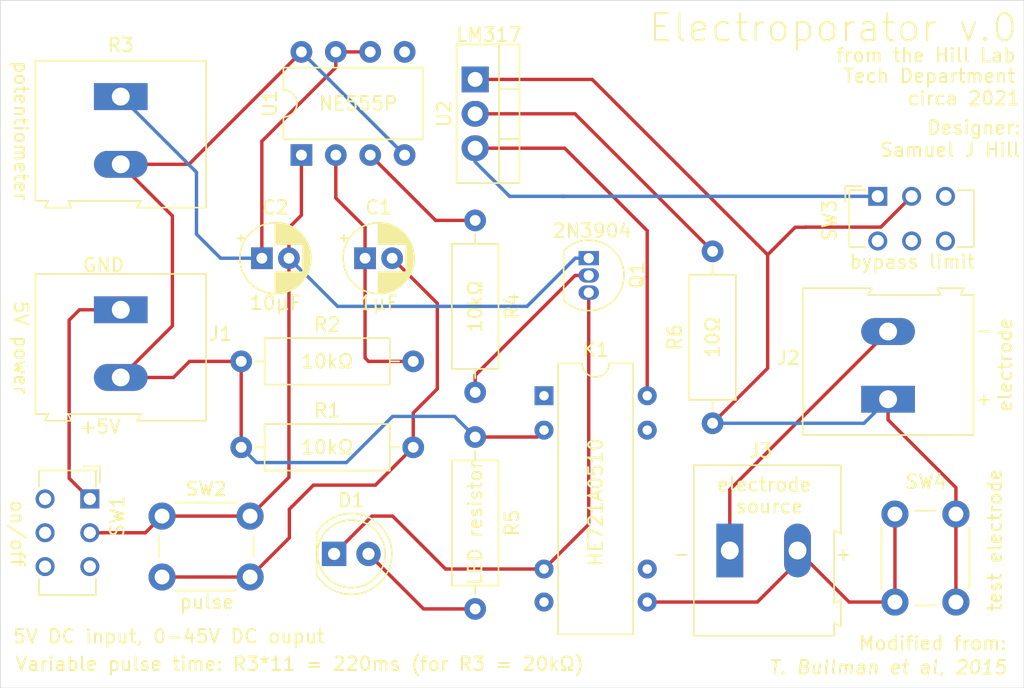
<source format=kicad_pcb>
(kicad_pcb (version 20171130) (host pcbnew "(5.1.10)-1")

  (general
    (thickness 1.6)
    (drawings 39)
    (tracks 108)
    (zones 0)
    (modules 20)
    (nets 21)
  )

  (page A4)
  (layers
    (0 F.Cu signal)
    (31 B.Cu signal)
    (32 B.Adhes user)
    (33 F.Adhes user)
    (34 B.Paste user)
    (35 F.Paste user)
    (36 B.SilkS user)
    (37 F.SilkS user)
    (38 B.Mask user)
    (39 F.Mask user)
    (40 Dwgs.User user)
    (41 Cmts.User user)
    (42 Eco1.User user)
    (43 Eco2.User user)
    (44 Edge.Cuts user)
    (45 Margin user)
    (46 B.CrtYd user)
    (47 F.CrtYd user hide)
    (48 B.Fab user)
    (49 F.Fab user hide)
  )

  (setup
    (last_trace_width 0.25)
    (trace_clearance 0.2)
    (zone_clearance 0.508)
    (zone_45_only no)
    (trace_min 0.2)
    (via_size 0.8)
    (via_drill 0.4)
    (via_min_size 0.4)
    (via_min_drill 0.3)
    (uvia_size 0.3)
    (uvia_drill 0.1)
    (uvias_allowed no)
    (uvia_min_size 0.2)
    (uvia_min_drill 0.1)
    (edge_width 0.05)
    (segment_width 0.2)
    (pcb_text_width 0.3)
    (pcb_text_size 1.5 1.5)
    (mod_edge_width 0.12)
    (mod_text_size 1 1)
    (mod_text_width 0.15)
    (pad_size 1.98 3.96)
    (pad_drill 1.32)
    (pad_to_mask_clearance 0)
    (aux_axis_origin 0 0)
    (visible_elements 7FFFFFFF)
    (pcbplotparams
      (layerselection 0x010fc_ffffffff)
      (usegerberextensions false)
      (usegerberattributes true)
      (usegerberadvancedattributes true)
      (creategerberjobfile true)
      (excludeedgelayer true)
      (linewidth 0.100000)
      (plotframeref false)
      (viasonmask false)
      (mode 1)
      (useauxorigin false)
      (hpglpennumber 1)
      (hpglpenspeed 20)
      (hpglpendiameter 15.000000)
      (psnegative false)
      (psa4output false)
      (plotreference true)
      (plotvalue true)
      (plotinvisibletext false)
      (padsonsilk false)
      (subtractmaskfromsilk false)
      (outputformat 1)
      (mirror false)
      (drillshape 0)
      (scaleselection 1)
      (outputdirectory "gerber/"))
  )

  (net 0 "")
  (net 1 "Net-(C1-Pad2)")
  (net 2 "Net-(C1-Pad1)")
  (net 3 "Net-(C2-Pad1)")
  (net 4 "Net-(C2-Pad2)")
  (net 5 "Net-(D1-Pad1)")
  (net 6 "Net-(D1-Pad2)")
  (net 7 GND)
  (net 8 +5V)
  (net 9 "Net-(K1-Pad13)")
  (net 10 "Net-(K1-Pad9)")
  (net 11 "Net-(K1-Pad1)")
  (net 12 "Net-(K1-Pad7)")
  (net 13 "Net-(K1-Pad14)")
  (net 14 "Net-(Q1-Pad2)")
  (net 15 "Net-(R4-Pad1)")
  (net 16 "Net-(R6-Pad1)")
  (net 17 "Net-(U1-Pad5)")
  (net 18 -VDC)
  (net 19 +VDC)
  (net 20 "Net-(J2-Pad1)")

  (net_class Default "This is the default net class."
    (clearance 0.2)
    (trace_width 0.25)
    (via_dia 0.8)
    (via_drill 0.4)
    (uvia_dia 0.3)
    (uvia_drill 0.1)
    (add_net +5V)
    (add_net +VDC)
    (add_net -VDC)
    (add_net GND)
    (add_net "Net-(C1-Pad1)")
    (add_net "Net-(C1-Pad2)")
    (add_net "Net-(C2-Pad1)")
    (add_net "Net-(C2-Pad2)")
    (add_net "Net-(D1-Pad1)")
    (add_net "Net-(D1-Pad2)")
    (add_net "Net-(J2-Pad1)")
    (add_net "Net-(K1-Pad1)")
    (add_net "Net-(K1-Pad13)")
    (add_net "Net-(K1-Pad14)")
    (add_net "Net-(K1-Pad7)")
    (add_net "Net-(K1-Pad9)")
    (add_net "Net-(Q1-Pad2)")
    (add_net "Net-(R4-Pad1)")
    (add_net "Net-(R6-Pad1)")
    (add_net "Net-(U1-Pad5)")
  )

  (module TerminalBlock:TerminalBlock_Altech_AK300-2_P5.00mm (layer F.Cu) (tedit 61676DFB) (tstamp 6167531D)
    (at 107.95 70.612 270)
    (descr "Altech AK300 terminal block, pitch 5.0mm, 45 degree angled, see http://www.mouser.com/ds/2/16/PCBMETRC-24178.pdf")
    (tags "Altech AK300 terminal block pitch 5.0mm")
    (path /616774AD)
    (fp_text reference R3 (at -3.81 0 180) (layer F.SilkS)
      (effects (font (size 1 1) (thickness 0.15)))
    )
    (fp_text value "20kΩ Pot" (at 4.95 7.3 90) (layer F.Fab)
      (effects (font (size 1 1) (thickness 0.15)))
    )
    (fp_arc (start -1.13 -4.65) (end -1.42 -4.13) (angle 104.2) (layer F.Fab) (width 0.1))
    (fp_arc (start -0.01 -3.71) (end -1.62 -5) (angle 100) (layer F.Fab) (width 0.1))
    (fp_arc (start 0.06 -6.07) (end 1.53 -4.12) (angle 75.5) (layer F.Fab) (width 0.1))
    (fp_arc (start 1.03 -4.59) (end 1.53 -5.05) (angle 90.5) (layer F.Fab) (width 0.1))
    (fp_arc (start 3.87 -4.65) (end 3.58 -4.13) (angle 104.2) (layer F.Fab) (width 0.1))
    (fp_arc (start 4.99 -3.71) (end 3.39 -5) (angle 100) (layer F.Fab) (width 0.1))
    (fp_arc (start 5.07 -6.07) (end 6.53 -4.12) (angle 75.5) (layer F.Fab) (width 0.1))
    (fp_arc (start 6.03 -4.59) (end 6.54 -5.05) (angle 90.5) (layer F.Fab) (width 0.1))
    (fp_text user %R (at 2.5 -2 90) (layer F.Fab)
      (effects (font (size 1 1) (thickness 0.15)))
    )
    (fp_line (start -2.65 -6.3) (end -2.65 6.3) (layer F.SilkS) (width 0.12))
    (fp_line (start -2.65 6.3) (end 7.7 6.3) (layer F.SilkS) (width 0.12))
    (fp_line (start 7.7 6.3) (end 7.7 5.35) (layer F.SilkS) (width 0.12))
    (fp_line (start 7.7 5.35) (end 8.2 5.6) (layer F.SilkS) (width 0.12))
    (fp_line (start 8.2 5.6) (end 8.2 3.7) (layer F.SilkS) (width 0.12))
    (fp_line (start 8.2 3.7) (end 8.2 3.65) (layer F.SilkS) (width 0.12))
    (fp_line (start 8.2 3.65) (end 7.7 3.9) (layer F.SilkS) (width 0.12))
    (fp_line (start 7.7 3.9) (end 7.7 -1.5) (layer F.SilkS) (width 0.12))
    (fp_line (start 7.7 -1.5) (end 8.2 -1.2) (layer F.SilkS) (width 0.12))
    (fp_line (start 8.2 -1.2) (end 8.2 -6.3) (layer F.SilkS) (width 0.12))
    (fp_line (start 8.2 -6.3) (end -2.65 -6.3) (layer F.SilkS) (width 0.12))
    (fp_line (start -1.26 2.54) (end 1.28 2.54) (layer F.Fab) (width 0.1))
    (fp_line (start 1.28 2.54) (end 1.28 -0.25) (layer F.Fab) (width 0.1))
    (fp_line (start -1.26 -0.25) (end 1.28 -0.25) (layer F.Fab) (width 0.1))
    (fp_line (start -1.26 2.54) (end -1.26 -0.25) (layer F.Fab) (width 0.1))
    (fp_line (start 3.74 2.54) (end 6.28 2.54) (layer F.Fab) (width 0.1))
    (fp_line (start 6.28 2.54) (end 6.28 -0.25) (layer F.Fab) (width 0.1))
    (fp_line (start 3.74 -0.25) (end 6.28 -0.25) (layer F.Fab) (width 0.1))
    (fp_line (start 3.74 2.54) (end 3.74 -0.25) (layer F.Fab) (width 0.1))
    (fp_line (start 7.61 -6.22) (end 7.61 -3.17) (layer F.Fab) (width 0.1))
    (fp_line (start 7.61 -6.22) (end -2.58 -6.22) (layer F.Fab) (width 0.1))
    (fp_line (start 7.61 -6.22) (end 8.11 -6.22) (layer F.Fab) (width 0.1))
    (fp_line (start 8.11 -6.22) (end 8.11 -1.4) (layer F.Fab) (width 0.1))
    (fp_line (start 8.11 -1.4) (end 7.61 -1.65) (layer F.Fab) (width 0.1))
    (fp_line (start 8.11 5.46) (end 7.61 5.21) (layer F.Fab) (width 0.1))
    (fp_line (start 7.61 5.21) (end 7.61 6.22) (layer F.Fab) (width 0.1))
    (fp_line (start 8.11 3.81) (end 7.61 4.06) (layer F.Fab) (width 0.1))
    (fp_line (start 7.61 4.06) (end 7.61 5.21) (layer F.Fab) (width 0.1))
    (fp_line (start 8.11 3.81) (end 8.11 5.46) (layer F.Fab) (width 0.1))
    (fp_line (start 2.98 6.22) (end 2.98 4.32) (layer F.Fab) (width 0.1))
    (fp_line (start 7.05 -0.25) (end 7.05 4.32) (layer F.Fab) (width 0.1))
    (fp_line (start 2.98 6.22) (end 7.05 6.22) (layer F.Fab) (width 0.1))
    (fp_line (start 7.05 6.22) (end 7.61 6.22) (layer F.Fab) (width 0.1))
    (fp_line (start 2.04 6.22) (end 2.04 4.32) (layer F.Fab) (width 0.1))
    (fp_line (start 2.04 6.22) (end 2.98 6.22) (layer F.Fab) (width 0.1))
    (fp_line (start -2.02 -0.25) (end -2.02 4.32) (layer F.Fab) (width 0.1))
    (fp_line (start -2.58 6.22) (end -2.02 6.22) (layer F.Fab) (width 0.1))
    (fp_line (start -2.02 6.22) (end 2.04 6.22) (layer F.Fab) (width 0.1))
    (fp_line (start 2.98 4.32) (end 7.05 4.32) (layer F.Fab) (width 0.1))
    (fp_line (start 2.98 4.32) (end 2.98 -0.25) (layer F.Fab) (width 0.1))
    (fp_line (start 7.05 4.32) (end 7.05 6.22) (layer F.Fab) (width 0.1))
    (fp_line (start 2.04 4.32) (end -2.02 4.32) (layer F.Fab) (width 0.1))
    (fp_line (start 2.04 4.32) (end 2.04 -0.25) (layer F.Fab) (width 0.1))
    (fp_line (start -2.02 4.32) (end -2.02 6.22) (layer F.Fab) (width 0.1))
    (fp_line (start 6.67 3.68) (end 6.67 0.51) (layer F.Fab) (width 0.1))
    (fp_line (start 6.67 3.68) (end 3.36 3.68) (layer F.Fab) (width 0.1))
    (fp_line (start 3.36 3.68) (end 3.36 0.51) (layer F.Fab) (width 0.1))
    (fp_line (start 1.66 3.68) (end 1.66 0.51) (layer F.Fab) (width 0.1))
    (fp_line (start 1.66 3.68) (end -1.64 3.68) (layer F.Fab) (width 0.1))
    (fp_line (start -1.64 3.68) (end -1.64 0.51) (layer F.Fab) (width 0.1))
    (fp_line (start -1.64 0.51) (end -1.26 0.51) (layer F.Fab) (width 0.1))
    (fp_line (start 1.66 0.51) (end 1.28 0.51) (layer F.Fab) (width 0.1))
    (fp_line (start 3.36 0.51) (end 3.74 0.51) (layer F.Fab) (width 0.1))
    (fp_line (start 6.67 0.51) (end 6.28 0.51) (layer F.Fab) (width 0.1))
    (fp_line (start -2.58 6.22) (end -2.58 -0.64) (layer F.Fab) (width 0.1))
    (fp_line (start -2.58 -0.64) (end -2.58 -3.17) (layer F.Fab) (width 0.1))
    (fp_line (start 7.61 -1.65) (end 7.61 -0.64) (layer F.Fab) (width 0.1))
    (fp_line (start 7.61 -0.64) (end 7.61 4.06) (layer F.Fab) (width 0.1))
    (fp_line (start -2.58 -3.17) (end 7.61 -3.17) (layer F.Fab) (width 0.1))
    (fp_line (start -2.58 -3.17) (end -2.58 -6.22) (layer F.Fab) (width 0.1))
    (fp_line (start 7.61 -3.17) (end 7.61 -1.65) (layer F.Fab) (width 0.1))
    (fp_line (start 2.98 -3.43) (end 2.98 -5.97) (layer F.Fab) (width 0.1))
    (fp_line (start 2.98 -5.97) (end 7.05 -5.97) (layer F.Fab) (width 0.1))
    (fp_line (start 7.05 -5.97) (end 7.05 -3.43) (layer F.Fab) (width 0.1))
    (fp_line (start 7.05 -3.43) (end 2.98 -3.43) (layer F.Fab) (width 0.1))
    (fp_line (start 2.04 -3.43) (end 2.04 -5.97) (layer F.Fab) (width 0.1))
    (fp_line (start 2.04 -3.43) (end -2.02 -3.43) (layer F.Fab) (width 0.1))
    (fp_line (start -2.02 -3.43) (end -2.02 -5.97) (layer F.Fab) (width 0.1))
    (fp_line (start 2.04 -5.97) (end -2.02 -5.97) (layer F.Fab) (width 0.1))
    (fp_line (start 3.39 -4.45) (end 6.44 -5.08) (layer F.Fab) (width 0.1))
    (fp_line (start 3.52 -4.32) (end 6.56 -4.95) (layer F.Fab) (width 0.1))
    (fp_line (start -1.62 -4.45) (end 1.44 -5.08) (layer F.Fab) (width 0.1))
    (fp_line (start -1.49 -4.32) (end 1.56 -4.95) (layer F.Fab) (width 0.1))
    (fp_line (start -2.02 -0.25) (end -1.64 -0.25) (layer F.Fab) (width 0.1))
    (fp_line (start 2.04 -0.25) (end 1.66 -0.25) (layer F.Fab) (width 0.1))
    (fp_line (start 1.66 -0.25) (end -1.64 -0.25) (layer F.Fab) (width 0.1))
    (fp_line (start -2.58 -0.64) (end -1.64 -0.64) (layer F.Fab) (width 0.1))
    (fp_line (start -1.64 -0.64) (end 1.66 -0.64) (layer F.Fab) (width 0.1))
    (fp_line (start 1.66 -0.64) (end 3.36 -0.64) (layer F.Fab) (width 0.1))
    (fp_line (start 7.61 -0.64) (end 6.67 -0.64) (layer F.Fab) (width 0.1))
    (fp_line (start 6.67 -0.64) (end 3.36 -0.64) (layer F.Fab) (width 0.1))
    (fp_line (start 7.05 -0.25) (end 6.67 -0.25) (layer F.Fab) (width 0.1))
    (fp_line (start 2.98 -0.25) (end 3.36 -0.25) (layer F.Fab) (width 0.1))
    (fp_line (start 3.36 -0.25) (end 6.67 -0.25) (layer F.Fab) (width 0.1))
    (fp_line (start -2.83 -6.47) (end 8.36 -6.47) (layer F.CrtYd) (width 0.05))
    (fp_line (start -2.83 -6.47) (end -2.83 6.47) (layer F.CrtYd) (width 0.05))
    (fp_line (start 8.36 6.47) (end 8.36 -6.47) (layer F.CrtYd) (width 0.05))
    (fp_line (start 8.36 6.47) (end -2.83 6.47) (layer F.CrtYd) (width 0.05))
    (pad 2 thru_hole oval (at 5 0 270) (size 1.98 3.96) (drill 1.32) (layers *.Cu *.Mask)
      (net 8 +5V))
    (pad 1 thru_hole rect (at 0 0 270) (size 1.98 3.96) (drill 1.32) (layers *.Cu *.Mask)
      (net 3 "Net-(C2-Pad1)"))
    (model ${KISYS3DMOD}/TerminalBlock.3dshapes/TerminalBlock_Altech_AK300-2_P5.00mm.wrl
      (at (xyz 0 0 0))
      (scale (xyz 1 1 1))
      (rotate (xyz 0 0 0))
    )
  )

  (module Button_Switch_THT:SW_PUSH_6mm (layer F.Cu) (tedit 5A02FE31) (tstamp 616753EF)
    (at 165.1 107.95 90)
    (descr https://www.omron.com/ecb/products/pdf/en-b3f.pdf)
    (tags "tact sw push 6mm")
    (path /6166D4C8)
    (fp_text reference SW4 (at 8.89 2.286 180) (layer F.SilkS)
      (effects (font (size 1 1) (thickness 0.15)))
    )
    (fp_text value "Test electrodes" (at 3.302 6.858 90) (layer F.Fab)
      (effects (font (size 1 1) (thickness 0.15)))
    )
    (fp_line (start 3.25 -0.75) (end 6.25 -0.75) (layer F.Fab) (width 0.1))
    (fp_line (start 6.25 -0.75) (end 6.25 5.25) (layer F.Fab) (width 0.1))
    (fp_line (start 6.25 5.25) (end 0.25 5.25) (layer F.Fab) (width 0.1))
    (fp_line (start 0.25 5.25) (end 0.25 -0.75) (layer F.Fab) (width 0.1))
    (fp_line (start 0.25 -0.75) (end 3.25 -0.75) (layer F.Fab) (width 0.1))
    (fp_line (start 7.75 6) (end 8 6) (layer F.CrtYd) (width 0.05))
    (fp_line (start 8 6) (end 8 5.75) (layer F.CrtYd) (width 0.05))
    (fp_line (start 7.75 -1.5) (end 8 -1.5) (layer F.CrtYd) (width 0.05))
    (fp_line (start 8 -1.5) (end 8 -1.25) (layer F.CrtYd) (width 0.05))
    (fp_line (start -1.5 -1.25) (end -1.5 -1.5) (layer F.CrtYd) (width 0.05))
    (fp_line (start -1.5 -1.5) (end -1.25 -1.5) (layer F.CrtYd) (width 0.05))
    (fp_line (start -1.5 5.75) (end -1.5 6) (layer F.CrtYd) (width 0.05))
    (fp_line (start -1.5 6) (end -1.25 6) (layer F.CrtYd) (width 0.05))
    (fp_line (start -1.25 -1.5) (end 7.75 -1.5) (layer F.CrtYd) (width 0.05))
    (fp_line (start -1.5 5.75) (end -1.5 -1.25) (layer F.CrtYd) (width 0.05))
    (fp_line (start 7.75 6) (end -1.25 6) (layer F.CrtYd) (width 0.05))
    (fp_line (start 8 -1.25) (end 8 5.75) (layer F.CrtYd) (width 0.05))
    (fp_line (start 1 5.5) (end 5.5 5.5) (layer F.SilkS) (width 0.12))
    (fp_line (start -0.25 1.5) (end -0.25 3) (layer F.SilkS) (width 0.12))
    (fp_line (start 5.5 -1) (end 1 -1) (layer F.SilkS) (width 0.12))
    (fp_line (start 6.75 3) (end 6.75 1.5) (layer F.SilkS) (width 0.12))
    (fp_circle (center 3.25 2.25) (end 1.25 2.5) (layer F.Fab) (width 0.1))
    (pad 1 thru_hole circle (at 6.5 0 180) (size 2 2) (drill 1.1) (layers *.Cu *.Mask)
      (net 19 +VDC))
    (pad 2 thru_hole circle (at 6.5 4.5 180) (size 2 2) (drill 1.1) (layers *.Cu *.Mask)
      (net 20 "Net-(J2-Pad1)"))
    (pad 1 thru_hole circle (at 0 0 180) (size 2 2) (drill 1.1) (layers *.Cu *.Mask)
      (net 19 +VDC))
    (pad 2 thru_hole circle (at 0 4.5 180) (size 2 2) (drill 1.1) (layers *.Cu *.Mask)
      (net 20 "Net-(J2-Pad1)"))
    (model ${KISYS3DMOD}/Button_Switch_THT.3dshapes/SW_PUSH_6mm.wrl
      (at (xyz 0 0 0))
      (scale (xyz 1 1 1))
      (rotate (xyz 0 0 0))
    )
  )

  (module Button_Switch_THT:SW_CuK_JS202011CQN_DPDT_Straight (layer F.Cu) (tedit 5A02FE31) (tstamp 616753D0)
    (at 163.83 77.978)
    (descr "CuK sub miniature slide switch, JS series, DPDT, right angle, http://www.ckswitches.com/media/1422/js.pdf")
    (tags "switch DPDT")
    (path /61670A24)
    (fp_text reference SW3 (at -3.556 1.778 90) (layer F.SilkS)
      (effects (font (size 1 1) (thickness 0.15)))
    )
    (fp_text value "Limiter Bypass" (at 2.54 5.08) (layer F.Fab)
      (effects (font (size 1 1) (thickness 0.15)))
    )
    (fp_line (start -1 -0.35) (end -2 0.65) (layer F.Fab) (width 0.1))
    (fp_line (start -2.25 4.25) (end -2.25 -0.95) (layer F.CrtYd) (width 0.05))
    (fp_line (start 7.25 4.25) (end -2.25 4.25) (layer F.CrtYd) (width 0.05))
    (fp_line (start 7.25 -0.95) (end 7.25 4.25) (layer F.CrtYd) (width 0.05))
    (fp_line (start -2.25 -0.95) (end 7.25 -0.95) (layer F.CrtYd) (width 0.05))
    (fp_line (start -2.4 -0.75) (end -2.4 0.45) (layer F.SilkS) (width 0.12))
    (fp_line (start -1.2 -0.75) (end -2.4 -0.75) (layer F.SilkS) (width 0.12))
    (fp_line (start 7.1 3.75) (end 5.9 3.75) (layer F.SilkS) (width 0.12))
    (fp_line (start 7.1 -0.45) (end 7.1 3.75) (layer F.SilkS) (width 0.12))
    (fp_line (start 5.9 -0.45) (end 7.1 -0.45) (layer F.SilkS) (width 0.12))
    (fp_line (start -2.1 3.75) (end -0.9 3.75) (layer F.SilkS) (width 0.12))
    (fp_line (start -2.1 -0.45) (end -2.1 3.75) (layer F.SilkS) (width 0.12))
    (fp_line (start -0.9 -0.45) (end -2.1 -0.45) (layer F.SilkS) (width 0.12))
    (fp_line (start -2 3.65) (end -2 0.65) (layer F.Fab) (width 0.1))
    (fp_line (start 7 3.65) (end -2 3.65) (layer F.Fab) (width 0.1))
    (fp_line (start 7 -0.35) (end 7 3.65) (layer F.Fab) (width 0.1))
    (fp_line (start -1 -0.35) (end 7 -0.35) (layer F.Fab) (width 0.1))
    (pad 6 thru_hole circle (at 5 3.3) (size 1.4 1.4) (drill 0.9) (layers *.Cu *.Mask))
    (pad 5 thru_hole circle (at 2.5 3.3) (size 1.4 1.4) (drill 0.9) (layers *.Cu *.Mask))
    (pad 4 thru_hole circle (at 0 3.3) (size 1.4 1.4) (drill 0.9) (layers *.Cu *.Mask))
    (pad 3 thru_hole circle (at 5 0) (size 1.4 1.4) (drill 0.9) (layers *.Cu *.Mask))
    (pad 2 thru_hole circle (at 2.5 0) (size 1.4 1.4) (drill 0.9) (layers *.Cu *.Mask)
      (net 20 "Net-(J2-Pad1)"))
    (pad 1 thru_hole rect (at 0 0) (size 1.4 1.4) (drill 0.9) (layers *.Cu *.Mask)
      (net 13 "Net-(K1-Pad14)"))
    (model ${KISYS3DMOD}/Button_Switch_THT.3dshapes/SW_CuK_JS202011CQN_DPDT_Straight.wrl
      (at (xyz 0 0 0))
      (scale (xyz 1 1 1))
      (rotate (xyz 0 0 0))
    )
  )

  (module Capacitor_THT:CP_Radial_D5.0mm_P2.00mm (layer F.Cu) (tedit 5AE50EF0) (tstamp 61675062)
    (at 125.984 82.55)
    (descr "CP, Radial series, Radial, pin pitch=2.00mm, , diameter=5mm, Electrolytic Capacitor")
    (tags "CP Radial series Radial pin pitch 2.00mm  diameter 5mm Electrolytic Capacitor")
    (path /6166A8F9)
    (fp_text reference C1 (at 1 -3.75) (layer F.SilkS)
      (effects (font (size 1 1) (thickness 0.15)))
    )
    (fp_text value 1µF (at 1 3.75) (layer F.Fab)
      (effects (font (size 1 1) (thickness 0.15)))
    )
    (fp_text user %R (at 1 0) (layer F.Fab)
      (effects (font (size 1 1) (thickness 0.15)))
    )
    (fp_circle (center 1 0) (end 3.5 0) (layer F.Fab) (width 0.1))
    (fp_circle (center 1 0) (end 3.62 0) (layer F.SilkS) (width 0.12))
    (fp_circle (center 1 0) (end 3.75 0) (layer F.CrtYd) (width 0.05))
    (fp_line (start -1.133605 -1.0875) (end -0.633605 -1.0875) (layer F.Fab) (width 0.1))
    (fp_line (start -0.883605 -1.3375) (end -0.883605 -0.8375) (layer F.Fab) (width 0.1))
    (fp_line (start 1 1.04) (end 1 2.58) (layer F.SilkS) (width 0.12))
    (fp_line (start 1 -2.58) (end 1 -1.04) (layer F.SilkS) (width 0.12))
    (fp_line (start 1.04 1.04) (end 1.04 2.58) (layer F.SilkS) (width 0.12))
    (fp_line (start 1.04 -2.58) (end 1.04 -1.04) (layer F.SilkS) (width 0.12))
    (fp_line (start 1.08 -2.579) (end 1.08 -1.04) (layer F.SilkS) (width 0.12))
    (fp_line (start 1.08 1.04) (end 1.08 2.579) (layer F.SilkS) (width 0.12))
    (fp_line (start 1.12 -2.578) (end 1.12 -1.04) (layer F.SilkS) (width 0.12))
    (fp_line (start 1.12 1.04) (end 1.12 2.578) (layer F.SilkS) (width 0.12))
    (fp_line (start 1.16 -2.576) (end 1.16 -1.04) (layer F.SilkS) (width 0.12))
    (fp_line (start 1.16 1.04) (end 1.16 2.576) (layer F.SilkS) (width 0.12))
    (fp_line (start 1.2 -2.573) (end 1.2 -1.04) (layer F.SilkS) (width 0.12))
    (fp_line (start 1.2 1.04) (end 1.2 2.573) (layer F.SilkS) (width 0.12))
    (fp_line (start 1.24 -2.569) (end 1.24 -1.04) (layer F.SilkS) (width 0.12))
    (fp_line (start 1.24 1.04) (end 1.24 2.569) (layer F.SilkS) (width 0.12))
    (fp_line (start 1.28 -2.565) (end 1.28 -1.04) (layer F.SilkS) (width 0.12))
    (fp_line (start 1.28 1.04) (end 1.28 2.565) (layer F.SilkS) (width 0.12))
    (fp_line (start 1.32 -2.561) (end 1.32 -1.04) (layer F.SilkS) (width 0.12))
    (fp_line (start 1.32 1.04) (end 1.32 2.561) (layer F.SilkS) (width 0.12))
    (fp_line (start 1.36 -2.556) (end 1.36 -1.04) (layer F.SilkS) (width 0.12))
    (fp_line (start 1.36 1.04) (end 1.36 2.556) (layer F.SilkS) (width 0.12))
    (fp_line (start 1.4 -2.55) (end 1.4 -1.04) (layer F.SilkS) (width 0.12))
    (fp_line (start 1.4 1.04) (end 1.4 2.55) (layer F.SilkS) (width 0.12))
    (fp_line (start 1.44 -2.543) (end 1.44 -1.04) (layer F.SilkS) (width 0.12))
    (fp_line (start 1.44 1.04) (end 1.44 2.543) (layer F.SilkS) (width 0.12))
    (fp_line (start 1.48 -2.536) (end 1.48 -1.04) (layer F.SilkS) (width 0.12))
    (fp_line (start 1.48 1.04) (end 1.48 2.536) (layer F.SilkS) (width 0.12))
    (fp_line (start 1.52 -2.528) (end 1.52 -1.04) (layer F.SilkS) (width 0.12))
    (fp_line (start 1.52 1.04) (end 1.52 2.528) (layer F.SilkS) (width 0.12))
    (fp_line (start 1.56 -2.52) (end 1.56 -1.04) (layer F.SilkS) (width 0.12))
    (fp_line (start 1.56 1.04) (end 1.56 2.52) (layer F.SilkS) (width 0.12))
    (fp_line (start 1.6 -2.511) (end 1.6 -1.04) (layer F.SilkS) (width 0.12))
    (fp_line (start 1.6 1.04) (end 1.6 2.511) (layer F.SilkS) (width 0.12))
    (fp_line (start 1.64 -2.501) (end 1.64 -1.04) (layer F.SilkS) (width 0.12))
    (fp_line (start 1.64 1.04) (end 1.64 2.501) (layer F.SilkS) (width 0.12))
    (fp_line (start 1.68 -2.491) (end 1.68 -1.04) (layer F.SilkS) (width 0.12))
    (fp_line (start 1.68 1.04) (end 1.68 2.491) (layer F.SilkS) (width 0.12))
    (fp_line (start 1.721 -2.48) (end 1.721 -1.04) (layer F.SilkS) (width 0.12))
    (fp_line (start 1.721 1.04) (end 1.721 2.48) (layer F.SilkS) (width 0.12))
    (fp_line (start 1.761 -2.468) (end 1.761 -1.04) (layer F.SilkS) (width 0.12))
    (fp_line (start 1.761 1.04) (end 1.761 2.468) (layer F.SilkS) (width 0.12))
    (fp_line (start 1.801 -2.455) (end 1.801 -1.04) (layer F.SilkS) (width 0.12))
    (fp_line (start 1.801 1.04) (end 1.801 2.455) (layer F.SilkS) (width 0.12))
    (fp_line (start 1.841 -2.442) (end 1.841 -1.04) (layer F.SilkS) (width 0.12))
    (fp_line (start 1.841 1.04) (end 1.841 2.442) (layer F.SilkS) (width 0.12))
    (fp_line (start 1.881 -2.428) (end 1.881 -1.04) (layer F.SilkS) (width 0.12))
    (fp_line (start 1.881 1.04) (end 1.881 2.428) (layer F.SilkS) (width 0.12))
    (fp_line (start 1.921 -2.414) (end 1.921 -1.04) (layer F.SilkS) (width 0.12))
    (fp_line (start 1.921 1.04) (end 1.921 2.414) (layer F.SilkS) (width 0.12))
    (fp_line (start 1.961 -2.398) (end 1.961 -1.04) (layer F.SilkS) (width 0.12))
    (fp_line (start 1.961 1.04) (end 1.961 2.398) (layer F.SilkS) (width 0.12))
    (fp_line (start 2.001 -2.382) (end 2.001 -1.04) (layer F.SilkS) (width 0.12))
    (fp_line (start 2.001 1.04) (end 2.001 2.382) (layer F.SilkS) (width 0.12))
    (fp_line (start 2.041 -2.365) (end 2.041 -1.04) (layer F.SilkS) (width 0.12))
    (fp_line (start 2.041 1.04) (end 2.041 2.365) (layer F.SilkS) (width 0.12))
    (fp_line (start 2.081 -2.348) (end 2.081 -1.04) (layer F.SilkS) (width 0.12))
    (fp_line (start 2.081 1.04) (end 2.081 2.348) (layer F.SilkS) (width 0.12))
    (fp_line (start 2.121 -2.329) (end 2.121 -1.04) (layer F.SilkS) (width 0.12))
    (fp_line (start 2.121 1.04) (end 2.121 2.329) (layer F.SilkS) (width 0.12))
    (fp_line (start 2.161 -2.31) (end 2.161 -1.04) (layer F.SilkS) (width 0.12))
    (fp_line (start 2.161 1.04) (end 2.161 2.31) (layer F.SilkS) (width 0.12))
    (fp_line (start 2.201 -2.29) (end 2.201 -1.04) (layer F.SilkS) (width 0.12))
    (fp_line (start 2.201 1.04) (end 2.201 2.29) (layer F.SilkS) (width 0.12))
    (fp_line (start 2.241 -2.268) (end 2.241 -1.04) (layer F.SilkS) (width 0.12))
    (fp_line (start 2.241 1.04) (end 2.241 2.268) (layer F.SilkS) (width 0.12))
    (fp_line (start 2.281 -2.247) (end 2.281 -1.04) (layer F.SilkS) (width 0.12))
    (fp_line (start 2.281 1.04) (end 2.281 2.247) (layer F.SilkS) (width 0.12))
    (fp_line (start 2.321 -2.224) (end 2.321 -1.04) (layer F.SilkS) (width 0.12))
    (fp_line (start 2.321 1.04) (end 2.321 2.224) (layer F.SilkS) (width 0.12))
    (fp_line (start 2.361 -2.2) (end 2.361 -1.04) (layer F.SilkS) (width 0.12))
    (fp_line (start 2.361 1.04) (end 2.361 2.2) (layer F.SilkS) (width 0.12))
    (fp_line (start 2.401 -2.175) (end 2.401 -1.04) (layer F.SilkS) (width 0.12))
    (fp_line (start 2.401 1.04) (end 2.401 2.175) (layer F.SilkS) (width 0.12))
    (fp_line (start 2.441 -2.149) (end 2.441 -1.04) (layer F.SilkS) (width 0.12))
    (fp_line (start 2.441 1.04) (end 2.441 2.149) (layer F.SilkS) (width 0.12))
    (fp_line (start 2.481 -2.122) (end 2.481 -1.04) (layer F.SilkS) (width 0.12))
    (fp_line (start 2.481 1.04) (end 2.481 2.122) (layer F.SilkS) (width 0.12))
    (fp_line (start 2.521 -2.095) (end 2.521 -1.04) (layer F.SilkS) (width 0.12))
    (fp_line (start 2.521 1.04) (end 2.521 2.095) (layer F.SilkS) (width 0.12))
    (fp_line (start 2.561 -2.065) (end 2.561 -1.04) (layer F.SilkS) (width 0.12))
    (fp_line (start 2.561 1.04) (end 2.561 2.065) (layer F.SilkS) (width 0.12))
    (fp_line (start 2.601 -2.035) (end 2.601 -1.04) (layer F.SilkS) (width 0.12))
    (fp_line (start 2.601 1.04) (end 2.601 2.035) (layer F.SilkS) (width 0.12))
    (fp_line (start 2.641 -2.004) (end 2.641 -1.04) (layer F.SilkS) (width 0.12))
    (fp_line (start 2.641 1.04) (end 2.641 2.004) (layer F.SilkS) (width 0.12))
    (fp_line (start 2.681 -1.971) (end 2.681 -1.04) (layer F.SilkS) (width 0.12))
    (fp_line (start 2.681 1.04) (end 2.681 1.971) (layer F.SilkS) (width 0.12))
    (fp_line (start 2.721 -1.937) (end 2.721 -1.04) (layer F.SilkS) (width 0.12))
    (fp_line (start 2.721 1.04) (end 2.721 1.937) (layer F.SilkS) (width 0.12))
    (fp_line (start 2.761 -1.901) (end 2.761 -1.04) (layer F.SilkS) (width 0.12))
    (fp_line (start 2.761 1.04) (end 2.761 1.901) (layer F.SilkS) (width 0.12))
    (fp_line (start 2.801 -1.864) (end 2.801 -1.04) (layer F.SilkS) (width 0.12))
    (fp_line (start 2.801 1.04) (end 2.801 1.864) (layer F.SilkS) (width 0.12))
    (fp_line (start 2.841 -1.826) (end 2.841 -1.04) (layer F.SilkS) (width 0.12))
    (fp_line (start 2.841 1.04) (end 2.841 1.826) (layer F.SilkS) (width 0.12))
    (fp_line (start 2.881 -1.785) (end 2.881 -1.04) (layer F.SilkS) (width 0.12))
    (fp_line (start 2.881 1.04) (end 2.881 1.785) (layer F.SilkS) (width 0.12))
    (fp_line (start 2.921 -1.743) (end 2.921 -1.04) (layer F.SilkS) (width 0.12))
    (fp_line (start 2.921 1.04) (end 2.921 1.743) (layer F.SilkS) (width 0.12))
    (fp_line (start 2.961 -1.699) (end 2.961 -1.04) (layer F.SilkS) (width 0.12))
    (fp_line (start 2.961 1.04) (end 2.961 1.699) (layer F.SilkS) (width 0.12))
    (fp_line (start 3.001 -1.653) (end 3.001 -1.04) (layer F.SilkS) (width 0.12))
    (fp_line (start 3.001 1.04) (end 3.001 1.653) (layer F.SilkS) (width 0.12))
    (fp_line (start 3.041 -1.605) (end 3.041 1.605) (layer F.SilkS) (width 0.12))
    (fp_line (start 3.081 -1.554) (end 3.081 1.554) (layer F.SilkS) (width 0.12))
    (fp_line (start 3.121 -1.5) (end 3.121 1.5) (layer F.SilkS) (width 0.12))
    (fp_line (start 3.161 -1.443) (end 3.161 1.443) (layer F.SilkS) (width 0.12))
    (fp_line (start 3.201 -1.383) (end 3.201 1.383) (layer F.SilkS) (width 0.12))
    (fp_line (start 3.241 -1.319) (end 3.241 1.319) (layer F.SilkS) (width 0.12))
    (fp_line (start 3.281 -1.251) (end 3.281 1.251) (layer F.SilkS) (width 0.12))
    (fp_line (start 3.321 -1.178) (end 3.321 1.178) (layer F.SilkS) (width 0.12))
    (fp_line (start 3.361 -1.098) (end 3.361 1.098) (layer F.SilkS) (width 0.12))
    (fp_line (start 3.401 -1.011) (end 3.401 1.011) (layer F.SilkS) (width 0.12))
    (fp_line (start 3.441 -0.915) (end 3.441 0.915) (layer F.SilkS) (width 0.12))
    (fp_line (start 3.481 -0.805) (end 3.481 0.805) (layer F.SilkS) (width 0.12))
    (fp_line (start 3.521 -0.677) (end 3.521 0.677) (layer F.SilkS) (width 0.12))
    (fp_line (start 3.561 -0.518) (end 3.561 0.518) (layer F.SilkS) (width 0.12))
    (fp_line (start 3.601 -0.284) (end 3.601 0.284) (layer F.SilkS) (width 0.12))
    (fp_line (start -1.804775 -1.475) (end -1.304775 -1.475) (layer F.SilkS) (width 0.12))
    (fp_line (start -1.554775 -1.725) (end -1.554775 -1.225) (layer F.SilkS) (width 0.12))
    (pad 2 thru_hole circle (at 2 0) (size 1.6 1.6) (drill 0.8) (layers *.Cu *.Mask)
      (net 1 "Net-(C1-Pad2)"))
    (pad 1 thru_hole rect (at 0 0) (size 1.6 1.6) (drill 0.8) (layers *.Cu *.Mask)
      (net 2 "Net-(C1-Pad1)"))
    (model ${KISYS3DMOD}/Capacitor_THT.3dshapes/CP_Radial_D5.0mm_P2.00mm.wrl
      (at (xyz 0 0 0))
      (scale (xyz 1 1 1))
      (rotate (xyz 0 0 0))
    )
  )

  (module Capacitor_THT:CP_Radial_D5.0mm_P2.00mm (layer F.Cu) (tedit 5AE50EF0) (tstamp 616750E5)
    (at 118.364 82.55)
    (descr "CP, Radial series, Radial, pin pitch=2.00mm, , diameter=5mm, Electrolytic Capacitor")
    (tags "CP Radial series Radial pin pitch 2.00mm  diameter 5mm Electrolytic Capacitor")
    (path /61668376)
    (fp_text reference C2 (at 1 -3.75) (layer F.SilkS)
      (effects (font (size 1 1) (thickness 0.15)))
    )
    (fp_text value 10µF (at 1 3.75) (layer F.Fab)
      (effects (font (size 1 1) (thickness 0.15)))
    )
    (fp_line (start -1.554775 -1.725) (end -1.554775 -1.225) (layer F.SilkS) (width 0.12))
    (fp_line (start -1.804775 -1.475) (end -1.304775 -1.475) (layer F.SilkS) (width 0.12))
    (fp_line (start 3.601 -0.284) (end 3.601 0.284) (layer F.SilkS) (width 0.12))
    (fp_line (start 3.561 -0.518) (end 3.561 0.518) (layer F.SilkS) (width 0.12))
    (fp_line (start 3.521 -0.677) (end 3.521 0.677) (layer F.SilkS) (width 0.12))
    (fp_line (start 3.481 -0.805) (end 3.481 0.805) (layer F.SilkS) (width 0.12))
    (fp_line (start 3.441 -0.915) (end 3.441 0.915) (layer F.SilkS) (width 0.12))
    (fp_line (start 3.401 -1.011) (end 3.401 1.011) (layer F.SilkS) (width 0.12))
    (fp_line (start 3.361 -1.098) (end 3.361 1.098) (layer F.SilkS) (width 0.12))
    (fp_line (start 3.321 -1.178) (end 3.321 1.178) (layer F.SilkS) (width 0.12))
    (fp_line (start 3.281 -1.251) (end 3.281 1.251) (layer F.SilkS) (width 0.12))
    (fp_line (start 3.241 -1.319) (end 3.241 1.319) (layer F.SilkS) (width 0.12))
    (fp_line (start 3.201 -1.383) (end 3.201 1.383) (layer F.SilkS) (width 0.12))
    (fp_line (start 3.161 -1.443) (end 3.161 1.443) (layer F.SilkS) (width 0.12))
    (fp_line (start 3.121 -1.5) (end 3.121 1.5) (layer F.SilkS) (width 0.12))
    (fp_line (start 3.081 -1.554) (end 3.081 1.554) (layer F.SilkS) (width 0.12))
    (fp_line (start 3.041 -1.605) (end 3.041 1.605) (layer F.SilkS) (width 0.12))
    (fp_line (start 3.001 1.04) (end 3.001 1.653) (layer F.SilkS) (width 0.12))
    (fp_line (start 3.001 -1.653) (end 3.001 -1.04) (layer F.SilkS) (width 0.12))
    (fp_line (start 2.961 1.04) (end 2.961 1.699) (layer F.SilkS) (width 0.12))
    (fp_line (start 2.961 -1.699) (end 2.961 -1.04) (layer F.SilkS) (width 0.12))
    (fp_line (start 2.921 1.04) (end 2.921 1.743) (layer F.SilkS) (width 0.12))
    (fp_line (start 2.921 -1.743) (end 2.921 -1.04) (layer F.SilkS) (width 0.12))
    (fp_line (start 2.881 1.04) (end 2.881 1.785) (layer F.SilkS) (width 0.12))
    (fp_line (start 2.881 -1.785) (end 2.881 -1.04) (layer F.SilkS) (width 0.12))
    (fp_line (start 2.841 1.04) (end 2.841 1.826) (layer F.SilkS) (width 0.12))
    (fp_line (start 2.841 -1.826) (end 2.841 -1.04) (layer F.SilkS) (width 0.12))
    (fp_line (start 2.801 1.04) (end 2.801 1.864) (layer F.SilkS) (width 0.12))
    (fp_line (start 2.801 -1.864) (end 2.801 -1.04) (layer F.SilkS) (width 0.12))
    (fp_line (start 2.761 1.04) (end 2.761 1.901) (layer F.SilkS) (width 0.12))
    (fp_line (start 2.761 -1.901) (end 2.761 -1.04) (layer F.SilkS) (width 0.12))
    (fp_line (start 2.721 1.04) (end 2.721 1.937) (layer F.SilkS) (width 0.12))
    (fp_line (start 2.721 -1.937) (end 2.721 -1.04) (layer F.SilkS) (width 0.12))
    (fp_line (start 2.681 1.04) (end 2.681 1.971) (layer F.SilkS) (width 0.12))
    (fp_line (start 2.681 -1.971) (end 2.681 -1.04) (layer F.SilkS) (width 0.12))
    (fp_line (start 2.641 1.04) (end 2.641 2.004) (layer F.SilkS) (width 0.12))
    (fp_line (start 2.641 -2.004) (end 2.641 -1.04) (layer F.SilkS) (width 0.12))
    (fp_line (start 2.601 1.04) (end 2.601 2.035) (layer F.SilkS) (width 0.12))
    (fp_line (start 2.601 -2.035) (end 2.601 -1.04) (layer F.SilkS) (width 0.12))
    (fp_line (start 2.561 1.04) (end 2.561 2.065) (layer F.SilkS) (width 0.12))
    (fp_line (start 2.561 -2.065) (end 2.561 -1.04) (layer F.SilkS) (width 0.12))
    (fp_line (start 2.521 1.04) (end 2.521 2.095) (layer F.SilkS) (width 0.12))
    (fp_line (start 2.521 -2.095) (end 2.521 -1.04) (layer F.SilkS) (width 0.12))
    (fp_line (start 2.481 1.04) (end 2.481 2.122) (layer F.SilkS) (width 0.12))
    (fp_line (start 2.481 -2.122) (end 2.481 -1.04) (layer F.SilkS) (width 0.12))
    (fp_line (start 2.441 1.04) (end 2.441 2.149) (layer F.SilkS) (width 0.12))
    (fp_line (start 2.441 -2.149) (end 2.441 -1.04) (layer F.SilkS) (width 0.12))
    (fp_line (start 2.401 1.04) (end 2.401 2.175) (layer F.SilkS) (width 0.12))
    (fp_line (start 2.401 -2.175) (end 2.401 -1.04) (layer F.SilkS) (width 0.12))
    (fp_line (start 2.361 1.04) (end 2.361 2.2) (layer F.SilkS) (width 0.12))
    (fp_line (start 2.361 -2.2) (end 2.361 -1.04) (layer F.SilkS) (width 0.12))
    (fp_line (start 2.321 1.04) (end 2.321 2.224) (layer F.SilkS) (width 0.12))
    (fp_line (start 2.321 -2.224) (end 2.321 -1.04) (layer F.SilkS) (width 0.12))
    (fp_line (start 2.281 1.04) (end 2.281 2.247) (layer F.SilkS) (width 0.12))
    (fp_line (start 2.281 -2.247) (end 2.281 -1.04) (layer F.SilkS) (width 0.12))
    (fp_line (start 2.241 1.04) (end 2.241 2.268) (layer F.SilkS) (width 0.12))
    (fp_line (start 2.241 -2.268) (end 2.241 -1.04) (layer F.SilkS) (width 0.12))
    (fp_line (start 2.201 1.04) (end 2.201 2.29) (layer F.SilkS) (width 0.12))
    (fp_line (start 2.201 -2.29) (end 2.201 -1.04) (layer F.SilkS) (width 0.12))
    (fp_line (start 2.161 1.04) (end 2.161 2.31) (layer F.SilkS) (width 0.12))
    (fp_line (start 2.161 -2.31) (end 2.161 -1.04) (layer F.SilkS) (width 0.12))
    (fp_line (start 2.121 1.04) (end 2.121 2.329) (layer F.SilkS) (width 0.12))
    (fp_line (start 2.121 -2.329) (end 2.121 -1.04) (layer F.SilkS) (width 0.12))
    (fp_line (start 2.081 1.04) (end 2.081 2.348) (layer F.SilkS) (width 0.12))
    (fp_line (start 2.081 -2.348) (end 2.081 -1.04) (layer F.SilkS) (width 0.12))
    (fp_line (start 2.041 1.04) (end 2.041 2.365) (layer F.SilkS) (width 0.12))
    (fp_line (start 2.041 -2.365) (end 2.041 -1.04) (layer F.SilkS) (width 0.12))
    (fp_line (start 2.001 1.04) (end 2.001 2.382) (layer F.SilkS) (width 0.12))
    (fp_line (start 2.001 -2.382) (end 2.001 -1.04) (layer F.SilkS) (width 0.12))
    (fp_line (start 1.961 1.04) (end 1.961 2.398) (layer F.SilkS) (width 0.12))
    (fp_line (start 1.961 -2.398) (end 1.961 -1.04) (layer F.SilkS) (width 0.12))
    (fp_line (start 1.921 1.04) (end 1.921 2.414) (layer F.SilkS) (width 0.12))
    (fp_line (start 1.921 -2.414) (end 1.921 -1.04) (layer F.SilkS) (width 0.12))
    (fp_line (start 1.881 1.04) (end 1.881 2.428) (layer F.SilkS) (width 0.12))
    (fp_line (start 1.881 -2.428) (end 1.881 -1.04) (layer F.SilkS) (width 0.12))
    (fp_line (start 1.841 1.04) (end 1.841 2.442) (layer F.SilkS) (width 0.12))
    (fp_line (start 1.841 -2.442) (end 1.841 -1.04) (layer F.SilkS) (width 0.12))
    (fp_line (start 1.801 1.04) (end 1.801 2.455) (layer F.SilkS) (width 0.12))
    (fp_line (start 1.801 -2.455) (end 1.801 -1.04) (layer F.SilkS) (width 0.12))
    (fp_line (start 1.761 1.04) (end 1.761 2.468) (layer F.SilkS) (width 0.12))
    (fp_line (start 1.761 -2.468) (end 1.761 -1.04) (layer F.SilkS) (width 0.12))
    (fp_line (start 1.721 1.04) (end 1.721 2.48) (layer F.SilkS) (width 0.12))
    (fp_line (start 1.721 -2.48) (end 1.721 -1.04) (layer F.SilkS) (width 0.12))
    (fp_line (start 1.68 1.04) (end 1.68 2.491) (layer F.SilkS) (width 0.12))
    (fp_line (start 1.68 -2.491) (end 1.68 -1.04) (layer F.SilkS) (width 0.12))
    (fp_line (start 1.64 1.04) (end 1.64 2.501) (layer F.SilkS) (width 0.12))
    (fp_line (start 1.64 -2.501) (end 1.64 -1.04) (layer F.SilkS) (width 0.12))
    (fp_line (start 1.6 1.04) (end 1.6 2.511) (layer F.SilkS) (width 0.12))
    (fp_line (start 1.6 -2.511) (end 1.6 -1.04) (layer F.SilkS) (width 0.12))
    (fp_line (start 1.56 1.04) (end 1.56 2.52) (layer F.SilkS) (width 0.12))
    (fp_line (start 1.56 -2.52) (end 1.56 -1.04) (layer F.SilkS) (width 0.12))
    (fp_line (start 1.52 1.04) (end 1.52 2.528) (layer F.SilkS) (width 0.12))
    (fp_line (start 1.52 -2.528) (end 1.52 -1.04) (layer F.SilkS) (width 0.12))
    (fp_line (start 1.48 1.04) (end 1.48 2.536) (layer F.SilkS) (width 0.12))
    (fp_line (start 1.48 -2.536) (end 1.48 -1.04) (layer F.SilkS) (width 0.12))
    (fp_line (start 1.44 1.04) (end 1.44 2.543) (layer F.SilkS) (width 0.12))
    (fp_line (start 1.44 -2.543) (end 1.44 -1.04) (layer F.SilkS) (width 0.12))
    (fp_line (start 1.4 1.04) (end 1.4 2.55) (layer F.SilkS) (width 0.12))
    (fp_line (start 1.4 -2.55) (end 1.4 -1.04) (layer F.SilkS) (width 0.12))
    (fp_line (start 1.36 1.04) (end 1.36 2.556) (layer F.SilkS) (width 0.12))
    (fp_line (start 1.36 -2.556) (end 1.36 -1.04) (layer F.SilkS) (width 0.12))
    (fp_line (start 1.32 1.04) (end 1.32 2.561) (layer F.SilkS) (width 0.12))
    (fp_line (start 1.32 -2.561) (end 1.32 -1.04) (layer F.SilkS) (width 0.12))
    (fp_line (start 1.28 1.04) (end 1.28 2.565) (layer F.SilkS) (width 0.12))
    (fp_line (start 1.28 -2.565) (end 1.28 -1.04) (layer F.SilkS) (width 0.12))
    (fp_line (start 1.24 1.04) (end 1.24 2.569) (layer F.SilkS) (width 0.12))
    (fp_line (start 1.24 -2.569) (end 1.24 -1.04) (layer F.SilkS) (width 0.12))
    (fp_line (start 1.2 1.04) (end 1.2 2.573) (layer F.SilkS) (width 0.12))
    (fp_line (start 1.2 -2.573) (end 1.2 -1.04) (layer F.SilkS) (width 0.12))
    (fp_line (start 1.16 1.04) (end 1.16 2.576) (layer F.SilkS) (width 0.12))
    (fp_line (start 1.16 -2.576) (end 1.16 -1.04) (layer F.SilkS) (width 0.12))
    (fp_line (start 1.12 1.04) (end 1.12 2.578) (layer F.SilkS) (width 0.12))
    (fp_line (start 1.12 -2.578) (end 1.12 -1.04) (layer F.SilkS) (width 0.12))
    (fp_line (start 1.08 1.04) (end 1.08 2.579) (layer F.SilkS) (width 0.12))
    (fp_line (start 1.08 -2.579) (end 1.08 -1.04) (layer F.SilkS) (width 0.12))
    (fp_line (start 1.04 -2.58) (end 1.04 -1.04) (layer F.SilkS) (width 0.12))
    (fp_line (start 1.04 1.04) (end 1.04 2.58) (layer F.SilkS) (width 0.12))
    (fp_line (start 1 -2.58) (end 1 -1.04) (layer F.SilkS) (width 0.12))
    (fp_line (start 1 1.04) (end 1 2.58) (layer F.SilkS) (width 0.12))
    (fp_line (start -0.883605 -1.3375) (end -0.883605 -0.8375) (layer F.Fab) (width 0.1))
    (fp_line (start -1.133605 -1.0875) (end -0.633605 -1.0875) (layer F.Fab) (width 0.1))
    (fp_circle (center 1 0) (end 3.75 0) (layer F.CrtYd) (width 0.05))
    (fp_circle (center 1 0) (end 3.62 0) (layer F.SilkS) (width 0.12))
    (fp_circle (center 1 0) (end 3.5 0) (layer F.Fab) (width 0.1))
    (fp_text user %R (at 1 0) (layer F.Fab)
      (effects (font (size 1 1) (thickness 0.15)))
    )
    (pad 1 thru_hole rect (at 0 0) (size 1.6 1.6) (drill 0.8) (layers *.Cu *.Mask)
      (net 3 "Net-(C2-Pad1)"))
    (pad 2 thru_hole circle (at 2 0) (size 1.6 1.6) (drill 0.8) (layers *.Cu *.Mask)
      (net 4 "Net-(C2-Pad2)"))
    (model ${KISYS3DMOD}/Capacitor_THT.3dshapes/CP_Radial_D5.0mm_P2.00mm.wrl
      (at (xyz 0 0 0))
      (scale (xyz 1 1 1))
      (rotate (xyz 0 0 0))
    )
  )

  (module LED_THT:LED_D5.0mm (layer F.Cu) (tedit 5995936A) (tstamp 616750F7)
    (at 123.698 104.394)
    (descr "LED, diameter 5.0mm, 2 pins, http://cdn-reichelt.de/documents/datenblatt/A500/LL-504BC2E-009.pdf")
    (tags "LED diameter 5.0mm 2 pins")
    (path /6167427C)
    (fp_text reference D1 (at 1.27 -3.96) (layer F.SilkS)
      (effects (font (size 1 1) (thickness 0.15)))
    )
    (fp_text value LED (at 1.27 3.96) (layer F.Fab)
      (effects (font (size 1 1) (thickness 0.15)))
    )
    (fp_line (start 4.5 -3.25) (end -1.95 -3.25) (layer F.CrtYd) (width 0.05))
    (fp_line (start 4.5 3.25) (end 4.5 -3.25) (layer F.CrtYd) (width 0.05))
    (fp_line (start -1.95 3.25) (end 4.5 3.25) (layer F.CrtYd) (width 0.05))
    (fp_line (start -1.95 -3.25) (end -1.95 3.25) (layer F.CrtYd) (width 0.05))
    (fp_line (start -1.29 -1.545) (end -1.29 1.545) (layer F.SilkS) (width 0.12))
    (fp_line (start -1.23 -1.469694) (end -1.23 1.469694) (layer F.Fab) (width 0.1))
    (fp_circle (center 1.27 0) (end 3.77 0) (layer F.SilkS) (width 0.12))
    (fp_circle (center 1.27 0) (end 3.77 0) (layer F.Fab) (width 0.1))
    (fp_arc (start 1.27 0) (end -1.23 -1.469694) (angle 299.1) (layer F.Fab) (width 0.1))
    (fp_arc (start 1.27 0) (end -1.29 -1.54483) (angle 148.9) (layer F.SilkS) (width 0.12))
    (fp_arc (start 1.27 0) (end -1.29 1.54483) (angle -148.9) (layer F.SilkS) (width 0.12))
    (pad 1 thru_hole rect (at 0 0) (size 1.8 1.8) (drill 0.9) (layers *.Cu *.Mask)
      (net 5 "Net-(D1-Pad1)"))
    (pad 2 thru_hole circle (at 2.54 0) (size 1.8 1.8) (drill 0.9) (layers *.Cu *.Mask)
      (net 6 "Net-(D1-Pad2)"))
    (model ${KISYS3DMOD}/LED_THT.3dshapes/LED_D5.0mm.wrl
      (at (xyz 0 0 0))
      (scale (xyz 1 1 1))
      (rotate (xyz 0 0 0))
    )
  )

  (module TerminalBlock:TerminalBlock_Altech_AK300-2_P5.00mm (layer F.Cu) (tedit 59FF0306) (tstamp 61675170)
    (at 107.95 86.36 270)
    (descr "Altech AK300 terminal block, pitch 5.0mm, 45 degree angled, see http://www.mouser.com/ds/2/16/PCBMETRC-24178.pdf")
    (tags "Altech AK300 terminal block pitch 5.0mm")
    (path /617435B8)
    (fp_text reference J1 (at 1.778 -7.366 180) (layer F.SilkS)
      (effects (font (size 1 1) (thickness 0.15)))
    )
    (fp_text value "5V Input" (at 2.78 7.75 90) (layer F.Fab)
      (effects (font (size 1 1) (thickness 0.15)))
    )
    (fp_line (start 8.36 6.47) (end -2.83 6.47) (layer F.CrtYd) (width 0.05))
    (fp_line (start 8.36 6.47) (end 8.36 -6.47) (layer F.CrtYd) (width 0.05))
    (fp_line (start -2.83 -6.47) (end -2.83 6.47) (layer F.CrtYd) (width 0.05))
    (fp_line (start -2.83 -6.47) (end 8.36 -6.47) (layer F.CrtYd) (width 0.05))
    (fp_line (start 3.36 -0.25) (end 6.67 -0.25) (layer F.Fab) (width 0.1))
    (fp_line (start 2.98 -0.25) (end 3.36 -0.25) (layer F.Fab) (width 0.1))
    (fp_line (start 7.05 -0.25) (end 6.67 -0.25) (layer F.Fab) (width 0.1))
    (fp_line (start 6.67 -0.64) (end 3.36 -0.64) (layer F.Fab) (width 0.1))
    (fp_line (start 7.61 -0.64) (end 6.67 -0.64) (layer F.Fab) (width 0.1))
    (fp_line (start 1.66 -0.64) (end 3.36 -0.64) (layer F.Fab) (width 0.1))
    (fp_line (start -1.64 -0.64) (end 1.66 -0.64) (layer F.Fab) (width 0.1))
    (fp_line (start -2.58 -0.64) (end -1.64 -0.64) (layer F.Fab) (width 0.1))
    (fp_line (start 1.66 -0.25) (end -1.64 -0.25) (layer F.Fab) (width 0.1))
    (fp_line (start 2.04 -0.25) (end 1.66 -0.25) (layer F.Fab) (width 0.1))
    (fp_line (start -2.02 -0.25) (end -1.64 -0.25) (layer F.Fab) (width 0.1))
    (fp_line (start -1.49 -4.32) (end 1.56 -4.95) (layer F.Fab) (width 0.1))
    (fp_line (start -1.62 -4.45) (end 1.44 -5.08) (layer F.Fab) (width 0.1))
    (fp_line (start 3.52 -4.32) (end 6.56 -4.95) (layer F.Fab) (width 0.1))
    (fp_line (start 3.39 -4.45) (end 6.44 -5.08) (layer F.Fab) (width 0.1))
    (fp_line (start 2.04 -5.97) (end -2.02 -5.97) (layer F.Fab) (width 0.1))
    (fp_line (start -2.02 -3.43) (end -2.02 -5.97) (layer F.Fab) (width 0.1))
    (fp_line (start 2.04 -3.43) (end -2.02 -3.43) (layer F.Fab) (width 0.1))
    (fp_line (start 2.04 -3.43) (end 2.04 -5.97) (layer F.Fab) (width 0.1))
    (fp_line (start 7.05 -3.43) (end 2.98 -3.43) (layer F.Fab) (width 0.1))
    (fp_line (start 7.05 -5.97) (end 7.05 -3.43) (layer F.Fab) (width 0.1))
    (fp_line (start 2.98 -5.97) (end 7.05 -5.97) (layer F.Fab) (width 0.1))
    (fp_line (start 2.98 -3.43) (end 2.98 -5.97) (layer F.Fab) (width 0.1))
    (fp_line (start 7.61 -3.17) (end 7.61 -1.65) (layer F.Fab) (width 0.1))
    (fp_line (start -2.58 -3.17) (end -2.58 -6.22) (layer F.Fab) (width 0.1))
    (fp_line (start -2.58 -3.17) (end 7.61 -3.17) (layer F.Fab) (width 0.1))
    (fp_line (start 7.61 -0.64) (end 7.61 4.06) (layer F.Fab) (width 0.1))
    (fp_line (start 7.61 -1.65) (end 7.61 -0.64) (layer F.Fab) (width 0.1))
    (fp_line (start -2.58 -0.64) (end -2.58 -3.17) (layer F.Fab) (width 0.1))
    (fp_line (start -2.58 6.22) (end -2.58 -0.64) (layer F.Fab) (width 0.1))
    (fp_line (start 6.67 0.51) (end 6.28 0.51) (layer F.Fab) (width 0.1))
    (fp_line (start 3.36 0.51) (end 3.74 0.51) (layer F.Fab) (width 0.1))
    (fp_line (start 1.66 0.51) (end 1.28 0.51) (layer F.Fab) (width 0.1))
    (fp_line (start -1.64 0.51) (end -1.26 0.51) (layer F.Fab) (width 0.1))
    (fp_line (start -1.64 3.68) (end -1.64 0.51) (layer F.Fab) (width 0.1))
    (fp_line (start 1.66 3.68) (end -1.64 3.68) (layer F.Fab) (width 0.1))
    (fp_line (start 1.66 3.68) (end 1.66 0.51) (layer F.Fab) (width 0.1))
    (fp_line (start 3.36 3.68) (end 3.36 0.51) (layer F.Fab) (width 0.1))
    (fp_line (start 6.67 3.68) (end 3.36 3.68) (layer F.Fab) (width 0.1))
    (fp_line (start 6.67 3.68) (end 6.67 0.51) (layer F.Fab) (width 0.1))
    (fp_line (start -2.02 4.32) (end -2.02 6.22) (layer F.Fab) (width 0.1))
    (fp_line (start 2.04 4.32) (end 2.04 -0.25) (layer F.Fab) (width 0.1))
    (fp_line (start 2.04 4.32) (end -2.02 4.32) (layer F.Fab) (width 0.1))
    (fp_line (start 7.05 4.32) (end 7.05 6.22) (layer F.Fab) (width 0.1))
    (fp_line (start 2.98 4.32) (end 2.98 -0.25) (layer F.Fab) (width 0.1))
    (fp_line (start 2.98 4.32) (end 7.05 4.32) (layer F.Fab) (width 0.1))
    (fp_line (start -2.02 6.22) (end 2.04 6.22) (layer F.Fab) (width 0.1))
    (fp_line (start -2.58 6.22) (end -2.02 6.22) (layer F.Fab) (width 0.1))
    (fp_line (start -2.02 -0.25) (end -2.02 4.32) (layer F.Fab) (width 0.1))
    (fp_line (start 2.04 6.22) (end 2.98 6.22) (layer F.Fab) (width 0.1))
    (fp_line (start 2.04 6.22) (end 2.04 4.32) (layer F.Fab) (width 0.1))
    (fp_line (start 7.05 6.22) (end 7.61 6.22) (layer F.Fab) (width 0.1))
    (fp_line (start 2.98 6.22) (end 7.05 6.22) (layer F.Fab) (width 0.1))
    (fp_line (start 7.05 -0.25) (end 7.05 4.32) (layer F.Fab) (width 0.1))
    (fp_line (start 2.98 6.22) (end 2.98 4.32) (layer F.Fab) (width 0.1))
    (fp_line (start 8.11 3.81) (end 8.11 5.46) (layer F.Fab) (width 0.1))
    (fp_line (start 7.61 4.06) (end 7.61 5.21) (layer F.Fab) (width 0.1))
    (fp_line (start 8.11 3.81) (end 7.61 4.06) (layer F.Fab) (width 0.1))
    (fp_line (start 7.61 5.21) (end 7.61 6.22) (layer F.Fab) (width 0.1))
    (fp_line (start 8.11 5.46) (end 7.61 5.21) (layer F.Fab) (width 0.1))
    (fp_line (start 8.11 -1.4) (end 7.61 -1.65) (layer F.Fab) (width 0.1))
    (fp_line (start 8.11 -6.22) (end 8.11 -1.4) (layer F.Fab) (width 0.1))
    (fp_line (start 7.61 -6.22) (end 8.11 -6.22) (layer F.Fab) (width 0.1))
    (fp_line (start 7.61 -6.22) (end -2.58 -6.22) (layer F.Fab) (width 0.1))
    (fp_line (start 7.61 -6.22) (end 7.61 -3.17) (layer F.Fab) (width 0.1))
    (fp_line (start 3.74 2.54) (end 3.74 -0.25) (layer F.Fab) (width 0.1))
    (fp_line (start 3.74 -0.25) (end 6.28 -0.25) (layer F.Fab) (width 0.1))
    (fp_line (start 6.28 2.54) (end 6.28 -0.25) (layer F.Fab) (width 0.1))
    (fp_line (start 3.74 2.54) (end 6.28 2.54) (layer F.Fab) (width 0.1))
    (fp_line (start -1.26 2.54) (end -1.26 -0.25) (layer F.Fab) (width 0.1))
    (fp_line (start -1.26 -0.25) (end 1.28 -0.25) (layer F.Fab) (width 0.1))
    (fp_line (start 1.28 2.54) (end 1.28 -0.25) (layer F.Fab) (width 0.1))
    (fp_line (start -1.26 2.54) (end 1.28 2.54) (layer F.Fab) (width 0.1))
    (fp_line (start 8.2 -6.3) (end -2.65 -6.3) (layer F.SilkS) (width 0.12))
    (fp_line (start 8.2 -1.2) (end 8.2 -6.3) (layer F.SilkS) (width 0.12))
    (fp_line (start 7.7 -1.5) (end 8.2 -1.2) (layer F.SilkS) (width 0.12))
    (fp_line (start 7.7 3.9) (end 7.7 -1.5) (layer F.SilkS) (width 0.12))
    (fp_line (start 8.2 3.65) (end 7.7 3.9) (layer F.SilkS) (width 0.12))
    (fp_line (start 8.2 3.7) (end 8.2 3.65) (layer F.SilkS) (width 0.12))
    (fp_line (start 8.2 5.6) (end 8.2 3.7) (layer F.SilkS) (width 0.12))
    (fp_line (start 7.7 5.35) (end 8.2 5.6) (layer F.SilkS) (width 0.12))
    (fp_line (start 7.7 6.3) (end 7.7 5.35) (layer F.SilkS) (width 0.12))
    (fp_line (start -2.65 6.3) (end 7.7 6.3) (layer F.SilkS) (width 0.12))
    (fp_line (start -2.65 -6.3) (end -2.65 6.3) (layer F.SilkS) (width 0.12))
    (fp_arc (start 6.03 -4.59) (end 6.54 -5.05) (angle 90.5) (layer F.Fab) (width 0.1))
    (fp_arc (start 5.07 -6.07) (end 6.53 -4.12) (angle 75.5) (layer F.Fab) (width 0.1))
    (fp_arc (start 4.99 -3.71) (end 3.39 -5) (angle 100) (layer F.Fab) (width 0.1))
    (fp_arc (start 3.87 -4.65) (end 3.58 -4.13) (angle 104.2) (layer F.Fab) (width 0.1))
    (fp_arc (start 1.03 -4.59) (end 1.53 -5.05) (angle 90.5) (layer F.Fab) (width 0.1))
    (fp_arc (start 0.06 -6.07) (end 1.53 -4.12) (angle 75.5) (layer F.Fab) (width 0.1))
    (fp_arc (start -0.01 -3.71) (end -1.62 -5) (angle 100) (layer F.Fab) (width 0.1))
    (fp_arc (start -1.13 -4.65) (end -1.42 -4.13) (angle 104.2) (layer F.Fab) (width 0.1))
    (pad 1 thru_hole rect (at 0 0 270) (size 1.98 3.96) (drill 1.32) (layers *.Cu *.Mask)
      (net 7 GND))
    (pad 2 thru_hole oval (at 5 0 270) (size 1.98 3.96) (drill 1.32) (layers *.Cu *.Mask)
      (net 8 +5V))
    (model ${KISYS3DMOD}/TerminalBlock.3dshapes/TerminalBlock_Altech_AK300-2_P5.00mm.wrl
      (at (xyz 0 0 0))
      (scale (xyz 1 1 1))
      (rotate (xyz 0 0 0))
    )
  )

  (module TerminalBlock:TerminalBlock_Altech_AK300-2_P5.00mm (layer F.Cu) (tedit 59FF0306) (tstamp 616751D7)
    (at 164.592 92.964 90)
    (descr "Altech AK300 terminal block, pitch 5.0mm, 45 degree angled, see http://www.mouser.com/ds/2/16/PCBMETRC-24178.pdf")
    (tags "Altech AK300 terminal block pitch 5.0mm")
    (path /616FD31E)
    (fp_text reference J2 (at 3.048 -7.366 180) (layer F.SilkS)
      (effects (font (size 1 1) (thickness 0.15)))
    )
    (fp_text value "Electrodes Out" (at 2.54 7.62 90) (layer F.Fab)
      (effects (font (size 1 1) (thickness 0.15)))
    )
    (fp_arc (start -1.13 -4.65) (end -1.42 -4.13) (angle 104.2) (layer F.Fab) (width 0.1))
    (fp_arc (start -0.01 -3.71) (end -1.62 -5) (angle 100) (layer F.Fab) (width 0.1))
    (fp_arc (start 0.06 -6.07) (end 1.53 -4.12) (angle 75.5) (layer F.Fab) (width 0.1))
    (fp_arc (start 1.03 -4.59) (end 1.53 -5.05) (angle 90.5) (layer F.Fab) (width 0.1))
    (fp_arc (start 3.87 -4.65) (end 3.58 -4.13) (angle 104.2) (layer F.Fab) (width 0.1))
    (fp_arc (start 4.99 -3.71) (end 3.39 -5) (angle 100) (layer F.Fab) (width 0.1))
    (fp_arc (start 5.07 -6.07) (end 6.53 -4.12) (angle 75.5) (layer F.Fab) (width 0.1))
    (fp_arc (start 6.03 -4.59) (end 6.54 -5.05) (angle 90.5) (layer F.Fab) (width 0.1))
    (fp_line (start -2.65 -6.3) (end -2.65 6.3) (layer F.SilkS) (width 0.12))
    (fp_line (start -2.65 6.3) (end 7.7 6.3) (layer F.SilkS) (width 0.12))
    (fp_line (start 7.7 6.3) (end 7.7 5.35) (layer F.SilkS) (width 0.12))
    (fp_line (start 7.7 5.35) (end 8.2 5.6) (layer F.SilkS) (width 0.12))
    (fp_line (start 8.2 5.6) (end 8.2 3.7) (layer F.SilkS) (width 0.12))
    (fp_line (start 8.2 3.7) (end 8.2 3.65) (layer F.SilkS) (width 0.12))
    (fp_line (start 8.2 3.65) (end 7.7 3.9) (layer F.SilkS) (width 0.12))
    (fp_line (start 7.7 3.9) (end 7.7 -1.5) (layer F.SilkS) (width 0.12))
    (fp_line (start 7.7 -1.5) (end 8.2 -1.2) (layer F.SilkS) (width 0.12))
    (fp_line (start 8.2 -1.2) (end 8.2 -6.3) (layer F.SilkS) (width 0.12))
    (fp_line (start 8.2 -6.3) (end -2.65 -6.3) (layer F.SilkS) (width 0.12))
    (fp_line (start -1.26 2.54) (end 1.28 2.54) (layer F.Fab) (width 0.1))
    (fp_line (start 1.28 2.54) (end 1.28 -0.25) (layer F.Fab) (width 0.1))
    (fp_line (start -1.26 -0.25) (end 1.28 -0.25) (layer F.Fab) (width 0.1))
    (fp_line (start -1.26 2.54) (end -1.26 -0.25) (layer F.Fab) (width 0.1))
    (fp_line (start 3.74 2.54) (end 6.28 2.54) (layer F.Fab) (width 0.1))
    (fp_line (start 6.28 2.54) (end 6.28 -0.25) (layer F.Fab) (width 0.1))
    (fp_line (start 3.74 -0.25) (end 6.28 -0.25) (layer F.Fab) (width 0.1))
    (fp_line (start 3.74 2.54) (end 3.74 -0.25) (layer F.Fab) (width 0.1))
    (fp_line (start 7.61 -6.22) (end 7.61 -3.17) (layer F.Fab) (width 0.1))
    (fp_line (start 7.61 -6.22) (end -2.58 -6.22) (layer F.Fab) (width 0.1))
    (fp_line (start 7.61 -6.22) (end 8.11 -6.22) (layer F.Fab) (width 0.1))
    (fp_line (start 8.11 -6.22) (end 8.11 -1.4) (layer F.Fab) (width 0.1))
    (fp_line (start 8.11 -1.4) (end 7.61 -1.65) (layer F.Fab) (width 0.1))
    (fp_line (start 8.11 5.46) (end 7.61 5.21) (layer F.Fab) (width 0.1))
    (fp_line (start 7.61 5.21) (end 7.61 6.22) (layer F.Fab) (width 0.1))
    (fp_line (start 8.11 3.81) (end 7.61 4.06) (layer F.Fab) (width 0.1))
    (fp_line (start 7.61 4.06) (end 7.61 5.21) (layer F.Fab) (width 0.1))
    (fp_line (start 8.11 3.81) (end 8.11 5.46) (layer F.Fab) (width 0.1))
    (fp_line (start 2.98 6.22) (end 2.98 4.32) (layer F.Fab) (width 0.1))
    (fp_line (start 7.05 -0.25) (end 7.05 4.32) (layer F.Fab) (width 0.1))
    (fp_line (start 2.98 6.22) (end 7.05 6.22) (layer F.Fab) (width 0.1))
    (fp_line (start 7.05 6.22) (end 7.61 6.22) (layer F.Fab) (width 0.1))
    (fp_line (start 2.04 6.22) (end 2.04 4.32) (layer F.Fab) (width 0.1))
    (fp_line (start 2.04 6.22) (end 2.98 6.22) (layer F.Fab) (width 0.1))
    (fp_line (start -2.02 -0.25) (end -2.02 4.32) (layer F.Fab) (width 0.1))
    (fp_line (start -2.58 6.22) (end -2.02 6.22) (layer F.Fab) (width 0.1))
    (fp_line (start -2.02 6.22) (end 2.04 6.22) (layer F.Fab) (width 0.1))
    (fp_line (start 2.98 4.32) (end 7.05 4.32) (layer F.Fab) (width 0.1))
    (fp_line (start 2.98 4.32) (end 2.98 -0.25) (layer F.Fab) (width 0.1))
    (fp_line (start 7.05 4.32) (end 7.05 6.22) (layer F.Fab) (width 0.1))
    (fp_line (start 2.04 4.32) (end -2.02 4.32) (layer F.Fab) (width 0.1))
    (fp_line (start 2.04 4.32) (end 2.04 -0.25) (layer F.Fab) (width 0.1))
    (fp_line (start -2.02 4.32) (end -2.02 6.22) (layer F.Fab) (width 0.1))
    (fp_line (start 6.67 3.68) (end 6.67 0.51) (layer F.Fab) (width 0.1))
    (fp_line (start 6.67 3.68) (end 3.36 3.68) (layer F.Fab) (width 0.1))
    (fp_line (start 3.36 3.68) (end 3.36 0.51) (layer F.Fab) (width 0.1))
    (fp_line (start 1.66 3.68) (end 1.66 0.51) (layer F.Fab) (width 0.1))
    (fp_line (start 1.66 3.68) (end -1.64 3.68) (layer F.Fab) (width 0.1))
    (fp_line (start -1.64 3.68) (end -1.64 0.51) (layer F.Fab) (width 0.1))
    (fp_line (start -1.64 0.51) (end -1.26 0.51) (layer F.Fab) (width 0.1))
    (fp_line (start 1.66 0.51) (end 1.28 0.51) (layer F.Fab) (width 0.1))
    (fp_line (start 3.36 0.51) (end 3.74 0.51) (layer F.Fab) (width 0.1))
    (fp_line (start 6.67 0.51) (end 6.28 0.51) (layer F.Fab) (width 0.1))
    (fp_line (start -2.58 6.22) (end -2.58 -0.64) (layer F.Fab) (width 0.1))
    (fp_line (start -2.58 -0.64) (end -2.58 -3.17) (layer F.Fab) (width 0.1))
    (fp_line (start 7.61 -1.65) (end 7.61 -0.64) (layer F.Fab) (width 0.1))
    (fp_line (start 7.61 -0.64) (end 7.61 4.06) (layer F.Fab) (width 0.1))
    (fp_line (start -2.58 -3.17) (end 7.61 -3.17) (layer F.Fab) (width 0.1))
    (fp_line (start -2.58 -3.17) (end -2.58 -6.22) (layer F.Fab) (width 0.1))
    (fp_line (start 7.61 -3.17) (end 7.61 -1.65) (layer F.Fab) (width 0.1))
    (fp_line (start 2.98 -3.43) (end 2.98 -5.97) (layer F.Fab) (width 0.1))
    (fp_line (start 2.98 -5.97) (end 7.05 -5.97) (layer F.Fab) (width 0.1))
    (fp_line (start 7.05 -5.97) (end 7.05 -3.43) (layer F.Fab) (width 0.1))
    (fp_line (start 7.05 -3.43) (end 2.98 -3.43) (layer F.Fab) (width 0.1))
    (fp_line (start 2.04 -3.43) (end 2.04 -5.97) (layer F.Fab) (width 0.1))
    (fp_line (start 2.04 -3.43) (end -2.02 -3.43) (layer F.Fab) (width 0.1))
    (fp_line (start -2.02 -3.43) (end -2.02 -5.97) (layer F.Fab) (width 0.1))
    (fp_line (start 2.04 -5.97) (end -2.02 -5.97) (layer F.Fab) (width 0.1))
    (fp_line (start 3.39 -4.45) (end 6.44 -5.08) (layer F.Fab) (width 0.1))
    (fp_line (start 3.52 -4.32) (end 6.56 -4.95) (layer F.Fab) (width 0.1))
    (fp_line (start -1.62 -4.45) (end 1.44 -5.08) (layer F.Fab) (width 0.1))
    (fp_line (start -1.49 -4.32) (end 1.56 -4.95) (layer F.Fab) (width 0.1))
    (fp_line (start -2.02 -0.25) (end -1.64 -0.25) (layer F.Fab) (width 0.1))
    (fp_line (start 2.04 -0.25) (end 1.66 -0.25) (layer F.Fab) (width 0.1))
    (fp_line (start 1.66 -0.25) (end -1.64 -0.25) (layer F.Fab) (width 0.1))
    (fp_line (start -2.58 -0.64) (end -1.64 -0.64) (layer F.Fab) (width 0.1))
    (fp_line (start -1.64 -0.64) (end 1.66 -0.64) (layer F.Fab) (width 0.1))
    (fp_line (start 1.66 -0.64) (end 3.36 -0.64) (layer F.Fab) (width 0.1))
    (fp_line (start 7.61 -0.64) (end 6.67 -0.64) (layer F.Fab) (width 0.1))
    (fp_line (start 6.67 -0.64) (end 3.36 -0.64) (layer F.Fab) (width 0.1))
    (fp_line (start 7.05 -0.25) (end 6.67 -0.25) (layer F.Fab) (width 0.1))
    (fp_line (start 2.98 -0.25) (end 3.36 -0.25) (layer F.Fab) (width 0.1))
    (fp_line (start 3.36 -0.25) (end 6.67 -0.25) (layer F.Fab) (width 0.1))
    (fp_line (start -2.83 -6.47) (end 8.36 -6.47) (layer F.CrtYd) (width 0.05))
    (fp_line (start -2.83 -6.47) (end -2.83 6.47) (layer F.CrtYd) (width 0.05))
    (fp_line (start 8.36 6.47) (end 8.36 -6.47) (layer F.CrtYd) (width 0.05))
    (fp_line (start 8.36 6.47) (end -2.83 6.47) (layer F.CrtYd) (width 0.05))
    (pad 2 thru_hole oval (at 5 0 90) (size 1.98 3.96) (drill 1.32) (layers *.Cu *.Mask)
      (net 18 -VDC))
    (pad 1 thru_hole rect (at 0 0 90) (size 1.98 3.96) (drill 1.32) (layers *.Cu *.Mask)
      (net 20 "Net-(J2-Pad1)"))
    (model ${KISYS3DMOD}/TerminalBlock.3dshapes/TerminalBlock_Altech_AK300-2_P5.00mm.wrl
      (at (xyz 0 0 0))
      (scale (xyz 1 1 1))
      (rotate (xyz 0 0 0))
    )
  )

  (module TerminalBlock:TerminalBlock_Altech_AK300-2_P5.00mm (layer F.Cu) (tedit 59FF0306) (tstamp 6167523E)
    (at 152.908 104.14)
    (descr "Altech AK300 terminal block, pitch 5.0mm, 45 degree angled, see http://www.mouser.com/ds/2/16/PCBMETRC-24178.pdf")
    (tags "Altech AK300 terminal block pitch 5.0mm")
    (path /616F4CF0)
    (fp_text reference J3 (at 2.286 -7.366) (layer F.SilkS)
      (effects (font (size 1 1) (thickness 0.15)))
    )
    (fp_text value "0-45V Input" (at 2.78 7.75) (layer F.Fab)
      (effects (font (size 1 1) (thickness 0.15)))
    )
    (fp_line (start 8.36 6.47) (end -2.83 6.47) (layer F.CrtYd) (width 0.05))
    (fp_line (start 8.36 6.47) (end 8.36 -6.47) (layer F.CrtYd) (width 0.05))
    (fp_line (start -2.83 -6.47) (end -2.83 6.47) (layer F.CrtYd) (width 0.05))
    (fp_line (start -2.83 -6.47) (end 8.36 -6.47) (layer F.CrtYd) (width 0.05))
    (fp_line (start 3.36 -0.25) (end 6.67 -0.25) (layer F.Fab) (width 0.1))
    (fp_line (start 2.98 -0.25) (end 3.36 -0.25) (layer F.Fab) (width 0.1))
    (fp_line (start 7.05 -0.25) (end 6.67 -0.25) (layer F.Fab) (width 0.1))
    (fp_line (start 6.67 -0.64) (end 3.36 -0.64) (layer F.Fab) (width 0.1))
    (fp_line (start 7.61 -0.64) (end 6.67 -0.64) (layer F.Fab) (width 0.1))
    (fp_line (start 1.66 -0.64) (end 3.36 -0.64) (layer F.Fab) (width 0.1))
    (fp_line (start -1.64 -0.64) (end 1.66 -0.64) (layer F.Fab) (width 0.1))
    (fp_line (start -2.58 -0.64) (end -1.64 -0.64) (layer F.Fab) (width 0.1))
    (fp_line (start 1.66 -0.25) (end -1.64 -0.25) (layer F.Fab) (width 0.1))
    (fp_line (start 2.04 -0.25) (end 1.66 -0.25) (layer F.Fab) (width 0.1))
    (fp_line (start -2.02 -0.25) (end -1.64 -0.25) (layer F.Fab) (width 0.1))
    (fp_line (start -1.49 -4.32) (end 1.56 -4.95) (layer F.Fab) (width 0.1))
    (fp_line (start -1.62 -4.45) (end 1.44 -5.08) (layer F.Fab) (width 0.1))
    (fp_line (start 3.52 -4.32) (end 6.56 -4.95) (layer F.Fab) (width 0.1))
    (fp_line (start 3.39 -4.45) (end 6.44 -5.08) (layer F.Fab) (width 0.1))
    (fp_line (start 2.04 -5.97) (end -2.02 -5.97) (layer F.Fab) (width 0.1))
    (fp_line (start -2.02 -3.43) (end -2.02 -5.97) (layer F.Fab) (width 0.1))
    (fp_line (start 2.04 -3.43) (end -2.02 -3.43) (layer F.Fab) (width 0.1))
    (fp_line (start 2.04 -3.43) (end 2.04 -5.97) (layer F.Fab) (width 0.1))
    (fp_line (start 7.05 -3.43) (end 2.98 -3.43) (layer F.Fab) (width 0.1))
    (fp_line (start 7.05 -5.97) (end 7.05 -3.43) (layer F.Fab) (width 0.1))
    (fp_line (start 2.98 -5.97) (end 7.05 -5.97) (layer F.Fab) (width 0.1))
    (fp_line (start 2.98 -3.43) (end 2.98 -5.97) (layer F.Fab) (width 0.1))
    (fp_line (start 7.61 -3.17) (end 7.61 -1.65) (layer F.Fab) (width 0.1))
    (fp_line (start -2.58 -3.17) (end -2.58 -6.22) (layer F.Fab) (width 0.1))
    (fp_line (start -2.58 -3.17) (end 7.61 -3.17) (layer F.Fab) (width 0.1))
    (fp_line (start 7.61 -0.64) (end 7.61 4.06) (layer F.Fab) (width 0.1))
    (fp_line (start 7.61 -1.65) (end 7.61 -0.64) (layer F.Fab) (width 0.1))
    (fp_line (start -2.58 -0.64) (end -2.58 -3.17) (layer F.Fab) (width 0.1))
    (fp_line (start -2.58 6.22) (end -2.58 -0.64) (layer F.Fab) (width 0.1))
    (fp_line (start 6.67 0.51) (end 6.28 0.51) (layer F.Fab) (width 0.1))
    (fp_line (start 3.36 0.51) (end 3.74 0.51) (layer F.Fab) (width 0.1))
    (fp_line (start 1.66 0.51) (end 1.28 0.51) (layer F.Fab) (width 0.1))
    (fp_line (start -1.64 0.51) (end -1.26 0.51) (layer F.Fab) (width 0.1))
    (fp_line (start -1.64 3.68) (end -1.64 0.51) (layer F.Fab) (width 0.1))
    (fp_line (start 1.66 3.68) (end -1.64 3.68) (layer F.Fab) (width 0.1))
    (fp_line (start 1.66 3.68) (end 1.66 0.51) (layer F.Fab) (width 0.1))
    (fp_line (start 3.36 3.68) (end 3.36 0.51) (layer F.Fab) (width 0.1))
    (fp_line (start 6.67 3.68) (end 3.36 3.68) (layer F.Fab) (width 0.1))
    (fp_line (start 6.67 3.68) (end 6.67 0.51) (layer F.Fab) (width 0.1))
    (fp_line (start -2.02 4.32) (end -2.02 6.22) (layer F.Fab) (width 0.1))
    (fp_line (start 2.04 4.32) (end 2.04 -0.25) (layer F.Fab) (width 0.1))
    (fp_line (start 2.04 4.32) (end -2.02 4.32) (layer F.Fab) (width 0.1))
    (fp_line (start 7.05 4.32) (end 7.05 6.22) (layer F.Fab) (width 0.1))
    (fp_line (start 2.98 4.32) (end 2.98 -0.25) (layer F.Fab) (width 0.1))
    (fp_line (start 2.98 4.32) (end 7.05 4.32) (layer F.Fab) (width 0.1))
    (fp_line (start -2.02 6.22) (end 2.04 6.22) (layer F.Fab) (width 0.1))
    (fp_line (start -2.58 6.22) (end -2.02 6.22) (layer F.Fab) (width 0.1))
    (fp_line (start -2.02 -0.25) (end -2.02 4.32) (layer F.Fab) (width 0.1))
    (fp_line (start 2.04 6.22) (end 2.98 6.22) (layer F.Fab) (width 0.1))
    (fp_line (start 2.04 6.22) (end 2.04 4.32) (layer F.Fab) (width 0.1))
    (fp_line (start 7.05 6.22) (end 7.61 6.22) (layer F.Fab) (width 0.1))
    (fp_line (start 2.98 6.22) (end 7.05 6.22) (layer F.Fab) (width 0.1))
    (fp_line (start 7.05 -0.25) (end 7.05 4.32) (layer F.Fab) (width 0.1))
    (fp_line (start 2.98 6.22) (end 2.98 4.32) (layer F.Fab) (width 0.1))
    (fp_line (start 8.11 3.81) (end 8.11 5.46) (layer F.Fab) (width 0.1))
    (fp_line (start 7.61 4.06) (end 7.61 5.21) (layer F.Fab) (width 0.1))
    (fp_line (start 8.11 3.81) (end 7.61 4.06) (layer F.Fab) (width 0.1))
    (fp_line (start 7.61 5.21) (end 7.61 6.22) (layer F.Fab) (width 0.1))
    (fp_line (start 8.11 5.46) (end 7.61 5.21) (layer F.Fab) (width 0.1))
    (fp_line (start 8.11 -1.4) (end 7.61 -1.65) (layer F.Fab) (width 0.1))
    (fp_line (start 8.11 -6.22) (end 8.11 -1.4) (layer F.Fab) (width 0.1))
    (fp_line (start 7.61 -6.22) (end 8.11 -6.22) (layer F.Fab) (width 0.1))
    (fp_line (start 7.61 -6.22) (end -2.58 -6.22) (layer F.Fab) (width 0.1))
    (fp_line (start 7.61 -6.22) (end 7.61 -3.17) (layer F.Fab) (width 0.1))
    (fp_line (start 3.74 2.54) (end 3.74 -0.25) (layer F.Fab) (width 0.1))
    (fp_line (start 3.74 -0.25) (end 6.28 -0.25) (layer F.Fab) (width 0.1))
    (fp_line (start 6.28 2.54) (end 6.28 -0.25) (layer F.Fab) (width 0.1))
    (fp_line (start 3.74 2.54) (end 6.28 2.54) (layer F.Fab) (width 0.1))
    (fp_line (start -1.26 2.54) (end -1.26 -0.25) (layer F.Fab) (width 0.1))
    (fp_line (start -1.26 -0.25) (end 1.28 -0.25) (layer F.Fab) (width 0.1))
    (fp_line (start 1.28 2.54) (end 1.28 -0.25) (layer F.Fab) (width 0.1))
    (fp_line (start -1.26 2.54) (end 1.28 2.54) (layer F.Fab) (width 0.1))
    (fp_line (start 8.2 -6.3) (end -2.65 -6.3) (layer F.SilkS) (width 0.12))
    (fp_line (start 8.2 -1.2) (end 8.2 -6.3) (layer F.SilkS) (width 0.12))
    (fp_line (start 7.7 -1.5) (end 8.2 -1.2) (layer F.SilkS) (width 0.12))
    (fp_line (start 7.7 3.9) (end 7.7 -1.5) (layer F.SilkS) (width 0.12))
    (fp_line (start 8.2 3.65) (end 7.7 3.9) (layer F.SilkS) (width 0.12))
    (fp_line (start 8.2 3.7) (end 8.2 3.65) (layer F.SilkS) (width 0.12))
    (fp_line (start 8.2 5.6) (end 8.2 3.7) (layer F.SilkS) (width 0.12))
    (fp_line (start 7.7 5.35) (end 8.2 5.6) (layer F.SilkS) (width 0.12))
    (fp_line (start 7.7 6.3) (end 7.7 5.35) (layer F.SilkS) (width 0.12))
    (fp_line (start -2.65 6.3) (end 7.7 6.3) (layer F.SilkS) (width 0.12))
    (fp_line (start -2.65 -6.3) (end -2.65 6.3) (layer F.SilkS) (width 0.12))
    (fp_arc (start 6.03 -4.59) (end 6.54 -5.05) (angle 90.5) (layer F.Fab) (width 0.1))
    (fp_arc (start 5.07 -6.07) (end 6.53 -4.12) (angle 75.5) (layer F.Fab) (width 0.1))
    (fp_arc (start 4.99 -3.71) (end 3.39 -5) (angle 100) (layer F.Fab) (width 0.1))
    (fp_arc (start 3.87 -4.65) (end 3.58 -4.13) (angle 104.2) (layer F.Fab) (width 0.1))
    (fp_arc (start 1.03 -4.59) (end 1.53 -5.05) (angle 90.5) (layer F.Fab) (width 0.1))
    (fp_arc (start 0.06 -6.07) (end 1.53 -4.12) (angle 75.5) (layer F.Fab) (width 0.1))
    (fp_arc (start -0.01 -3.71) (end -1.62 -5) (angle 100) (layer F.Fab) (width 0.1))
    (fp_arc (start -1.13 -4.65) (end -1.42 -4.13) (angle 104.2) (layer F.Fab) (width 0.1))
    (pad 1 thru_hole rect (at 0 0) (size 1.98 3.96) (drill 1.32) (layers *.Cu *.Mask)
      (net 18 -VDC))
    (pad 2 thru_hole oval (at 5 0) (size 1.98 3.96) (drill 1.32) (layers *.Cu *.Mask)
      (net 19 +VDC))
    (model ${KISYS3DMOD}/TerminalBlock.3dshapes/TerminalBlock_Altech_AK300-2_P5.00mm.wrl
      (at (xyz 0 0 0))
      (scale (xyz 1 1 1))
      (rotate (xyz 0 0 0))
    )
  )

  (module Relay_THT:Relay_StandexMeder_DIP_LowProfile (layer F.Cu) (tedit 5A54BF5F) (tstamp 6167525A)
    (at 139.192 92.71)
    (descr "package for Standex Meder DIP reed relay series, see https://standexelectronics.com/wp-content/uploads/datasheet_reed_relay_DIP.pdf")
    (tags "DIL DIP PDIP 2.54mm 7.62mm 300mil reed relay")
    (path /6166AE04)
    (fp_text reference K1 (at 3.81 -3.39) (layer F.SilkS)
      (effects (font (size 1 1) (thickness 0.15)))
    )
    (fp_text value HE721A0510 (at 3.81 8.128 90) (layer F.Fab)
      (effects (font (size 1 1) (thickness 0.15)))
    )
    (fp_line (start 8.7 -2.6) (end -1.1 -2.6) (layer F.CrtYd) (width 0.05))
    (fp_line (start 8.7 17.8) (end 8.7 -2.6) (layer F.CrtYd) (width 0.05))
    (fp_line (start -1.1 17.8) (end 8.7 17.8) (layer F.CrtYd) (width 0.05))
    (fp_line (start -1.1 -2.6) (end -1.1 17.8) (layer F.CrtYd) (width 0.05))
    (fp_line (start 6.58 -2.39) (end 4.81 -2.39) (layer F.SilkS) (width 0.12))
    (fp_line (start 6.58 17.63) (end 6.58 -2.39) (layer F.SilkS) (width 0.12))
    (fp_line (start 1.04 17.63) (end 6.58 17.63) (layer F.SilkS) (width 0.12))
    (fp_line (start 1.04 -2.39) (end 1.04 17.63) (layer F.SilkS) (width 0.12))
    (fp_line (start 2.81 -2.39) (end 1.04 -2.39) (layer F.SilkS) (width 0.12))
    (fp_line (start 0.64 -1.27) (end 1.64 -2.27) (layer F.Fab) (width 0.1))
    (fp_line (start 0.64 17.51) (end 0.64 -1.27) (layer F.Fab) (width 0.1))
    (fp_line (start 6.99 17.51) (end 0.64 17.51) (layer F.Fab) (width 0.1))
    (fp_line (start 6.99 -2.27) (end 6.99 17.51) (layer F.Fab) (width 0.1))
    (fp_line (start 1.64 -2.27) (end 6.99 -2.27) (layer F.Fab) (width 0.1))
    (fp_arc (start 3.81 -2.39) (end 2.81 -2.39) (angle -180) (layer F.SilkS) (width 0.12))
    (pad 13 thru_hole circle (at 7.62 2.54) (size 1.4 1.4) (drill 0.7) (layers *.Cu *.Mask)
      (net 9 "Net-(K1-Pad13)"))
    (pad 9 thru_hole circle (at 7.62 12.8) (size 1.4 1.4) (drill 0.7) (layers *.Cu *.Mask)
      (net 10 "Net-(K1-Pad9)"))
    (pad 6 thru_hole circle (at 0 12.8) (size 1.4 1.4) (drill 0.7) (layers *.Cu *.Mask)
      (net 5 "Net-(D1-Pad1)"))
    (pad 2 thru_hole circle (at 0 2.54) (size 1.4 1.4) (drill 0.7) (layers *.Cu *.Mask)
      (net 8 +5V))
    (pad 1 thru_hole rect (at 0 0) (size 1.4 1.4) (drill 0.7) (layers *.Cu *.Mask)
      (net 11 "Net-(K1-Pad1)"))
    (pad 8 thru_hole circle (at 7.62 15.24) (size 1.4 1.4) (drill 0.7) (layers *.Cu *.Mask)
      (net 19 +VDC))
    (pad 7 thru_hole circle (at 0 15.24) (size 1.4 1.4) (drill 0.7) (layers *.Cu *.Mask)
      (net 12 "Net-(K1-Pad7)"))
    (pad 14 thru_hole circle (at 7.62 0) (size 1.4 1.4) (drill 0.7) (layers *.Cu *.Mask)
      (net 13 "Net-(K1-Pad14)"))
    (model ${KISYS3DMOD}/Relay_THT.3dshapes/Relay_StandexMeder_DIP_LowProfile.wrl
      (at (xyz 0 0 0))
      (scale (xyz 1 1 1))
      (rotate (xyz 0 0 0))
    )
  )

  (module Package_TO_SOT_THT:TO-92_Inline (layer F.Cu) (tedit 5A1DD157) (tstamp 6167526C)
    (at 142.494 82.55 270)
    (descr "TO-92 leads in-line, narrow, oval pads, drill 0.75mm (see NXP sot054_po.pdf)")
    (tags "to-92 sc-43 sc-43a sot54 PA33 transistor")
    (path /61671381)
    (fp_text reference Q1 (at 1.27 -3.56 90) (layer F.SilkS)
      (effects (font (size 1 1) (thickness 0.15)))
    )
    (fp_text value 2N3904 (at 1.27 2.79 90) (layer F.Fab)
      (effects (font (size 1 1) (thickness 0.15)))
    )
    (fp_line (start 4 2.01) (end -1.46 2.01) (layer F.CrtYd) (width 0.05))
    (fp_line (start 4 2.01) (end 4 -2.73) (layer F.CrtYd) (width 0.05))
    (fp_line (start -1.46 -2.73) (end -1.46 2.01) (layer F.CrtYd) (width 0.05))
    (fp_line (start -1.46 -2.73) (end 4 -2.73) (layer F.CrtYd) (width 0.05))
    (fp_line (start -0.5 1.75) (end 3 1.75) (layer F.Fab) (width 0.1))
    (fp_line (start -0.53 1.85) (end 3.07 1.85) (layer F.SilkS) (width 0.12))
    (fp_arc (start 1.27 0) (end 1.27 -2.48) (angle 135) (layer F.Fab) (width 0.1))
    (fp_arc (start 1.27 0) (end 1.27 -2.6) (angle -135) (layer F.SilkS) (width 0.12))
    (fp_arc (start 1.27 0) (end 1.27 -2.48) (angle -135) (layer F.Fab) (width 0.1))
    (fp_arc (start 1.27 0) (end 1.27 -2.6) (angle 135) (layer F.SilkS) (width 0.12))
    (pad 2 thru_hole oval (at 1.27 0 270) (size 1.05 1.5) (drill 0.75) (layers *.Cu *.Mask)
      (net 14 "Net-(Q1-Pad2)"))
    (pad 3 thru_hole oval (at 2.54 0 270) (size 1.05 1.5) (drill 0.75) (layers *.Cu *.Mask)
      (net 5 "Net-(D1-Pad1)"))
    (pad 1 thru_hole rect (at 0 0 270) (size 1.05 1.5) (drill 0.75) (layers *.Cu *.Mask)
      (net 4 "Net-(C2-Pad2)"))
    (model ${KISYS3DMOD}/Package_TO_SOT_THT.3dshapes/TO-92_Inline.wrl
      (at (xyz 0 0 0))
      (scale (xyz 1 1 1))
      (rotate (xyz 0 0 0))
    )
  )

  (module Resistor_THT:R_Axial_DIN0309_L9.0mm_D3.2mm_P12.70mm_Horizontal (layer F.Cu) (tedit 5AE5139B) (tstamp 61675283)
    (at 116.84 96.52)
    (descr "Resistor, Axial_DIN0309 series, Axial, Horizontal, pin pitch=12.7mm, 0.5W = 1/2W, length*diameter=9*3.2mm^2, http://cdn-reichelt.de/documents/datenblatt/B400/1_4W%23YAG.pdf")
    (tags "Resistor Axial_DIN0309 series Axial Horizontal pin pitch 12.7mm 0.5W = 1/2W length 9mm diameter 3.2mm")
    (path /616735CA)
    (fp_text reference R1 (at 6.35 -2.72) (layer F.SilkS)
      (effects (font (size 1 1) (thickness 0.15)))
    )
    (fp_text value 10kΩ (at 6.35 0) (layer F.Fab)
      (effects (font (size 1 1) (thickness 0.15)))
    )
    (fp_line (start 1.85 -1.6) (end 1.85 1.6) (layer F.Fab) (width 0.1))
    (fp_line (start 1.85 1.6) (end 10.85 1.6) (layer F.Fab) (width 0.1))
    (fp_line (start 10.85 1.6) (end 10.85 -1.6) (layer F.Fab) (width 0.1))
    (fp_line (start 10.85 -1.6) (end 1.85 -1.6) (layer F.Fab) (width 0.1))
    (fp_line (start 0 0) (end 1.85 0) (layer F.Fab) (width 0.1))
    (fp_line (start 12.7 0) (end 10.85 0) (layer F.Fab) (width 0.1))
    (fp_line (start 1.73 -1.72) (end 1.73 1.72) (layer F.SilkS) (width 0.12))
    (fp_line (start 1.73 1.72) (end 10.97 1.72) (layer F.SilkS) (width 0.12))
    (fp_line (start 10.97 1.72) (end 10.97 -1.72) (layer F.SilkS) (width 0.12))
    (fp_line (start 10.97 -1.72) (end 1.73 -1.72) (layer F.SilkS) (width 0.12))
    (fp_line (start 1.04 0) (end 1.73 0) (layer F.SilkS) (width 0.12))
    (fp_line (start 11.66 0) (end 10.97 0) (layer F.SilkS) (width 0.12))
    (fp_line (start -1.05 -1.85) (end -1.05 1.85) (layer F.CrtYd) (width 0.05))
    (fp_line (start -1.05 1.85) (end 13.75 1.85) (layer F.CrtYd) (width 0.05))
    (fp_line (start 13.75 1.85) (end 13.75 -1.85) (layer F.CrtYd) (width 0.05))
    (fp_line (start 13.75 -1.85) (end -1.05 -1.85) (layer F.CrtYd) (width 0.05))
    (pad 2 thru_hole oval (at 12.7 0) (size 1.6 1.6) (drill 0.8) (layers *.Cu *.Mask)
      (net 1 "Net-(C1-Pad2)"))
    (pad 1 thru_hole circle (at 0 0) (size 1.6 1.6) (drill 0.8) (layers *.Cu *.Mask)
      (net 8 +5V))
    (model ${KISYS3DMOD}/Resistor_THT.3dshapes/R_Axial_DIN0309_L9.0mm_D3.2mm_P12.70mm_Horizontal.wrl
      (at (xyz 0 0 0))
      (scale (xyz 1 1 1))
      (rotate (xyz 0 0 0))
    )
  )

  (module Resistor_THT:R_Axial_DIN0309_L9.0mm_D3.2mm_P12.70mm_Horizontal (layer F.Cu) (tedit 5AE5139B) (tstamp 6167529A)
    (at 116.84 90.17)
    (descr "Resistor, Axial_DIN0309 series, Axial, Horizontal, pin pitch=12.7mm, 0.5W = 1/2W, length*diameter=9*3.2mm^2, http://cdn-reichelt.de/documents/datenblatt/B400/1_4W%23YAG.pdf")
    (tags "Resistor Axial_DIN0309 series Axial Horizontal pin pitch 12.7mm 0.5W = 1/2W length 9mm diameter 3.2mm")
    (path /61672C38)
    (fp_text reference R2 (at 6.35 -2.72) (layer F.SilkS)
      (effects (font (size 1 1) (thickness 0.15)))
    )
    (fp_text value 10kΩ (at 6.35 0) (layer F.Fab)
      (effects (font (size 1 1) (thickness 0.15)))
    )
    (fp_line (start 13.75 -1.85) (end -1.05 -1.85) (layer F.CrtYd) (width 0.05))
    (fp_line (start 13.75 1.85) (end 13.75 -1.85) (layer F.CrtYd) (width 0.05))
    (fp_line (start -1.05 1.85) (end 13.75 1.85) (layer F.CrtYd) (width 0.05))
    (fp_line (start -1.05 -1.85) (end -1.05 1.85) (layer F.CrtYd) (width 0.05))
    (fp_line (start 11.66 0) (end 10.97 0) (layer F.SilkS) (width 0.12))
    (fp_line (start 1.04 0) (end 1.73 0) (layer F.SilkS) (width 0.12))
    (fp_line (start 10.97 -1.72) (end 1.73 -1.72) (layer F.SilkS) (width 0.12))
    (fp_line (start 10.97 1.72) (end 10.97 -1.72) (layer F.SilkS) (width 0.12))
    (fp_line (start 1.73 1.72) (end 10.97 1.72) (layer F.SilkS) (width 0.12))
    (fp_line (start 1.73 -1.72) (end 1.73 1.72) (layer F.SilkS) (width 0.12))
    (fp_line (start 12.7 0) (end 10.85 0) (layer F.Fab) (width 0.1))
    (fp_line (start 0 0) (end 1.85 0) (layer F.Fab) (width 0.1))
    (fp_line (start 10.85 -1.6) (end 1.85 -1.6) (layer F.Fab) (width 0.1))
    (fp_line (start 10.85 1.6) (end 10.85 -1.6) (layer F.Fab) (width 0.1))
    (fp_line (start 1.85 1.6) (end 10.85 1.6) (layer F.Fab) (width 0.1))
    (fp_line (start 1.85 -1.6) (end 1.85 1.6) (layer F.Fab) (width 0.1))
    (pad 1 thru_hole circle (at 0 0) (size 1.6 1.6) (drill 0.8) (layers *.Cu *.Mask)
      (net 8 +5V))
    (pad 2 thru_hole oval (at 12.7 0) (size 1.6 1.6) (drill 0.8) (layers *.Cu *.Mask)
      (net 2 "Net-(C1-Pad1)"))
    (model ${KISYS3DMOD}/Resistor_THT.3dshapes/R_Axial_DIN0309_L9.0mm_D3.2mm_P12.70mm_Horizontal.wrl
      (at (xyz 0 0 0))
      (scale (xyz 1 1 1))
      (rotate (xyz 0 0 0))
    )
  )

  (module Resistor_THT:R_Axial_DIN0309_L9.0mm_D3.2mm_P12.70mm_Horizontal (layer F.Cu) (tedit 5AE5139B) (tstamp 61675334)
    (at 134.112 79.756 270)
    (descr "Resistor, Axial_DIN0309 series, Axial, Horizontal, pin pitch=12.7mm, 0.5W = 1/2W, length*diameter=9*3.2mm^2, http://cdn-reichelt.de/documents/datenblatt/B400/1_4W%23YAG.pdf")
    (tags "Resistor Axial_DIN0309 series Axial Horizontal pin pitch 12.7mm 0.5W = 1/2W length 9mm diameter 3.2mm")
    (path /61665F91)
    (fp_text reference R4 (at 6.35 -2.72 90) (layer F.SilkS)
      (effects (font (size 1 1) (thickness 0.15)))
    )
    (fp_text value 10kΩ (at 6.35 0 90) (layer F.Fab)
      (effects (font (size 1 1) (thickness 0.15)))
    )
    (fp_line (start 1.85 -1.6) (end 1.85 1.6) (layer F.Fab) (width 0.1))
    (fp_line (start 1.85 1.6) (end 10.85 1.6) (layer F.Fab) (width 0.1))
    (fp_line (start 10.85 1.6) (end 10.85 -1.6) (layer F.Fab) (width 0.1))
    (fp_line (start 10.85 -1.6) (end 1.85 -1.6) (layer F.Fab) (width 0.1))
    (fp_line (start 0 0) (end 1.85 0) (layer F.Fab) (width 0.1))
    (fp_line (start 12.7 0) (end 10.85 0) (layer F.Fab) (width 0.1))
    (fp_line (start 1.73 -1.72) (end 1.73 1.72) (layer F.SilkS) (width 0.12))
    (fp_line (start 1.73 1.72) (end 10.97 1.72) (layer F.SilkS) (width 0.12))
    (fp_line (start 10.97 1.72) (end 10.97 -1.72) (layer F.SilkS) (width 0.12))
    (fp_line (start 10.97 -1.72) (end 1.73 -1.72) (layer F.SilkS) (width 0.12))
    (fp_line (start 1.04 0) (end 1.73 0) (layer F.SilkS) (width 0.12))
    (fp_line (start 11.66 0) (end 10.97 0) (layer F.SilkS) (width 0.12))
    (fp_line (start -1.05 -1.85) (end -1.05 1.85) (layer F.CrtYd) (width 0.05))
    (fp_line (start -1.05 1.85) (end 13.75 1.85) (layer F.CrtYd) (width 0.05))
    (fp_line (start 13.75 1.85) (end 13.75 -1.85) (layer F.CrtYd) (width 0.05))
    (fp_line (start 13.75 -1.85) (end -1.05 -1.85) (layer F.CrtYd) (width 0.05))
    (pad 2 thru_hole oval (at 12.7 0 270) (size 1.6 1.6) (drill 0.8) (layers *.Cu *.Mask)
      (net 14 "Net-(Q1-Pad2)"))
    (pad 1 thru_hole circle (at 0 0 270) (size 1.6 1.6) (drill 0.8) (layers *.Cu *.Mask)
      (net 15 "Net-(R4-Pad1)"))
    (model ${KISYS3DMOD}/Resistor_THT.3dshapes/R_Axial_DIN0309_L9.0mm_D3.2mm_P12.70mm_Horizontal.wrl
      (at (xyz 0 0 0))
      (scale (xyz 1 1 1))
      (rotate (xyz 0 0 0))
    )
  )

  (module Resistor_THT:R_Axial_DIN0309_L9.0mm_D3.2mm_P12.70mm_Horizontal (layer F.Cu) (tedit 5AE5139B) (tstamp 6167534B)
    (at 134.112 95.758 270)
    (descr "Resistor, Axial_DIN0309 series, Axial, Horizontal, pin pitch=12.7mm, 0.5W = 1/2W, length*diameter=9*3.2mm^2, http://cdn-reichelt.de/documents/datenblatt/B400/1_4W%23YAG.pdf")
    (tags "Resistor Axial_DIN0309 series Axial Horizontal pin pitch 12.7mm 0.5W = 1/2W length 9mm diameter 3.2mm")
    (path /6166BC1E)
    (fp_text reference R5 (at 6.35 -2.72 90) (layer F.SilkS)
      (effects (font (size 1 1) (thickness 0.15)))
    )
    (fp_text value 2kΩ (at 6.35 0 90) (layer F.Fab)
      (effects (font (size 1 1) (thickness 0.15)))
    )
    (fp_line (start 13.75 -1.85) (end -1.05 -1.85) (layer F.CrtYd) (width 0.05))
    (fp_line (start 13.75 1.85) (end 13.75 -1.85) (layer F.CrtYd) (width 0.05))
    (fp_line (start -1.05 1.85) (end 13.75 1.85) (layer F.CrtYd) (width 0.05))
    (fp_line (start -1.05 -1.85) (end -1.05 1.85) (layer F.CrtYd) (width 0.05))
    (fp_line (start 11.66 0) (end 10.97 0) (layer F.SilkS) (width 0.12))
    (fp_line (start 1.04 0) (end 1.73 0) (layer F.SilkS) (width 0.12))
    (fp_line (start 10.97 -1.72) (end 1.73 -1.72) (layer F.SilkS) (width 0.12))
    (fp_line (start 10.97 1.72) (end 10.97 -1.72) (layer F.SilkS) (width 0.12))
    (fp_line (start 1.73 1.72) (end 10.97 1.72) (layer F.SilkS) (width 0.12))
    (fp_line (start 1.73 -1.72) (end 1.73 1.72) (layer F.SilkS) (width 0.12))
    (fp_line (start 12.7 0) (end 10.85 0) (layer F.Fab) (width 0.1))
    (fp_line (start 0 0) (end 1.85 0) (layer F.Fab) (width 0.1))
    (fp_line (start 10.85 -1.6) (end 1.85 -1.6) (layer F.Fab) (width 0.1))
    (fp_line (start 10.85 1.6) (end 10.85 -1.6) (layer F.Fab) (width 0.1))
    (fp_line (start 1.85 1.6) (end 10.85 1.6) (layer F.Fab) (width 0.1))
    (fp_line (start 1.85 -1.6) (end 1.85 1.6) (layer F.Fab) (width 0.1))
    (pad 1 thru_hole circle (at 0 0 270) (size 1.6 1.6) (drill 0.8) (layers *.Cu *.Mask)
      (net 8 +5V))
    (pad 2 thru_hole oval (at 12.7 0 270) (size 1.6 1.6) (drill 0.8) (layers *.Cu *.Mask)
      (net 6 "Net-(D1-Pad2)"))
    (model ${KISYS3DMOD}/Resistor_THT.3dshapes/R_Axial_DIN0309_L9.0mm_D3.2mm_P12.70mm_Horizontal.wrl
      (at (xyz 0 0 0))
      (scale (xyz 1 1 1))
      (rotate (xyz 0 0 0))
    )
  )

  (module Resistor_THT:R_Axial_DIN0309_L9.0mm_D3.2mm_P12.70mm_Horizontal (layer F.Cu) (tedit 5AE5139B) (tstamp 61675362)
    (at 151.638 82.042 270)
    (descr "Resistor, Axial_DIN0309 series, Axial, Horizontal, pin pitch=12.7mm, 0.5W = 1/2W, length*diameter=9*3.2mm^2, http://cdn-reichelt.de/documents/datenblatt/B400/1_4W%23YAG.pdf")
    (tags "Resistor Axial_DIN0309 series Axial Horizontal pin pitch 12.7mm 0.5W = 1/2W length 9mm diameter 3.2mm")
    (path /6166B498)
    (fp_text reference R6 (at 6.35 2.794 90) (layer F.SilkS)
      (effects (font (size 1 1) (thickness 0.15)))
    )
    (fp_text value 10Ω (at 6.604 0 90) (layer F.Fab)
      (effects (font (size 1 1) (thickness 0.15)))
    )
    (fp_line (start 13.75 -1.85) (end -1.05 -1.85) (layer F.CrtYd) (width 0.05))
    (fp_line (start 13.75 1.85) (end 13.75 -1.85) (layer F.CrtYd) (width 0.05))
    (fp_line (start -1.05 1.85) (end 13.75 1.85) (layer F.CrtYd) (width 0.05))
    (fp_line (start -1.05 -1.85) (end -1.05 1.85) (layer F.CrtYd) (width 0.05))
    (fp_line (start 11.66 0) (end 10.97 0) (layer F.SilkS) (width 0.12))
    (fp_line (start 1.04 0) (end 1.73 0) (layer F.SilkS) (width 0.12))
    (fp_line (start 10.97 -1.72) (end 1.73 -1.72) (layer F.SilkS) (width 0.12))
    (fp_line (start 10.97 1.72) (end 10.97 -1.72) (layer F.SilkS) (width 0.12))
    (fp_line (start 1.73 1.72) (end 10.97 1.72) (layer F.SilkS) (width 0.12))
    (fp_line (start 1.73 -1.72) (end 1.73 1.72) (layer F.SilkS) (width 0.12))
    (fp_line (start 12.7 0) (end 10.85 0) (layer F.Fab) (width 0.1))
    (fp_line (start 0 0) (end 1.85 0) (layer F.Fab) (width 0.1))
    (fp_line (start 10.85 -1.6) (end 1.85 -1.6) (layer F.Fab) (width 0.1))
    (fp_line (start 10.85 1.6) (end 10.85 -1.6) (layer F.Fab) (width 0.1))
    (fp_line (start 1.85 1.6) (end 10.85 1.6) (layer F.Fab) (width 0.1))
    (fp_line (start 1.85 -1.6) (end 1.85 1.6) (layer F.Fab) (width 0.1))
    (pad 1 thru_hole circle (at 0 0 270) (size 1.6 1.6) (drill 0.8) (layers *.Cu *.Mask)
      (net 16 "Net-(R6-Pad1)"))
    (pad 2 thru_hole oval (at 12.7 0 270) (size 1.6 1.6) (drill 0.8) (layers *.Cu *.Mask)
      (net 20 "Net-(J2-Pad1)"))
    (model ${KISYS3DMOD}/Resistor_THT.3dshapes/R_Axial_DIN0309_L9.0mm_D3.2mm_P12.70mm_Horizontal.wrl
      (at (xyz 0 0 0))
      (scale (xyz 1 1 1))
      (rotate (xyz 0 0 0))
    )
  )

  (module Button_Switch_THT:SW_CuK_JS202011CQN_DPDT_Straight (layer F.Cu) (tedit 5A02FE31) (tstamp 61675395)
    (at 105.664 100.33 270)
    (descr "CuK sub miniature slide switch, JS series, DPDT, right angle, http://www.ckswitches.com/media/1422/js.pdf")
    (tags "switch DPDT")
    (path /6166FD76)
    (fp_text reference SW1 (at 1.27 -2.032 90) (layer F.SilkS)
      (effects (font (size 1 1) (thickness 0.15)))
    )
    (fp_text value On/Off (at 3 5 90) (layer F.Fab)
      (effects (font (size 1 1) (thickness 0.15)))
    )
    (fp_line (start -1 -0.35) (end 7 -0.35) (layer F.Fab) (width 0.1))
    (fp_line (start 7 -0.35) (end 7 3.65) (layer F.Fab) (width 0.1))
    (fp_line (start 7 3.65) (end -2 3.65) (layer F.Fab) (width 0.1))
    (fp_line (start -2 3.65) (end -2 0.65) (layer F.Fab) (width 0.1))
    (fp_line (start -0.9 -0.45) (end -2.1 -0.45) (layer F.SilkS) (width 0.12))
    (fp_line (start -2.1 -0.45) (end -2.1 3.75) (layer F.SilkS) (width 0.12))
    (fp_line (start -2.1 3.75) (end -0.9 3.75) (layer F.SilkS) (width 0.12))
    (fp_line (start 5.9 -0.45) (end 7.1 -0.45) (layer F.SilkS) (width 0.12))
    (fp_line (start 7.1 -0.45) (end 7.1 3.75) (layer F.SilkS) (width 0.12))
    (fp_line (start 7.1 3.75) (end 5.9 3.75) (layer F.SilkS) (width 0.12))
    (fp_line (start -1.2 -0.75) (end -2.4 -0.75) (layer F.SilkS) (width 0.12))
    (fp_line (start -2.4 -0.75) (end -2.4 0.45) (layer F.SilkS) (width 0.12))
    (fp_line (start -2.25 -0.95) (end 7.25 -0.95) (layer F.CrtYd) (width 0.05))
    (fp_line (start 7.25 -0.95) (end 7.25 4.25) (layer F.CrtYd) (width 0.05))
    (fp_line (start 7.25 4.25) (end -2.25 4.25) (layer F.CrtYd) (width 0.05))
    (fp_line (start -2.25 4.25) (end -2.25 -0.95) (layer F.CrtYd) (width 0.05))
    (fp_line (start -1 -0.35) (end -2 0.65) (layer F.Fab) (width 0.1))
    (pad 1 thru_hole rect (at 0 0 270) (size 1.4 1.4) (drill 0.9) (layers *.Cu *.Mask)
      (net 7 GND))
    (pad 2 thru_hole circle (at 2.5 0 270) (size 1.4 1.4) (drill 0.9) (layers *.Cu *.Mask)
      (net 4 "Net-(C2-Pad2)"))
    (pad 3 thru_hole circle (at 5 0 270) (size 1.4 1.4) (drill 0.9) (layers *.Cu *.Mask))
    (pad 4 thru_hole circle (at 0 3.3 270) (size 1.4 1.4) (drill 0.9) (layers *.Cu *.Mask))
    (pad 5 thru_hole circle (at 2.5 3.3 270) (size 1.4 1.4) (drill 0.9) (layers *.Cu *.Mask))
    (pad 6 thru_hole circle (at 5 3.3 270) (size 1.4 1.4) (drill 0.9) (layers *.Cu *.Mask))
    (model ${KISYS3DMOD}/Button_Switch_THT.3dshapes/SW_CuK_JS202011CQN_DPDT_Straight.wrl
      (at (xyz 0 0 0))
      (scale (xyz 1 1 1))
      (rotate (xyz 0 0 0))
    )
  )

  (module Button_Switch_THT:SW_PUSH_6mm (layer F.Cu) (tedit 5A02FE31) (tstamp 616753B4)
    (at 110.998 101.6)
    (descr https://www.omron.com/ecb/products/pdf/en-b3f.pdf)
    (tags "tact sw push 6mm")
    (path /6166E850)
    (fp_text reference SW2 (at 3.25 -2) (layer F.SilkS)
      (effects (font (size 1 1) (thickness 0.15)))
    )
    (fp_text value Pulse (at 3.75 6.7) (layer F.Fab)
      (effects (font (size 1 1) (thickness 0.15)))
    )
    (fp_circle (center 3.25 2.25) (end 1.25 2.5) (layer F.Fab) (width 0.1))
    (fp_line (start 6.75 3) (end 6.75 1.5) (layer F.SilkS) (width 0.12))
    (fp_line (start 5.5 -1) (end 1 -1) (layer F.SilkS) (width 0.12))
    (fp_line (start -0.25 1.5) (end -0.25 3) (layer F.SilkS) (width 0.12))
    (fp_line (start 1 5.5) (end 5.5 5.5) (layer F.SilkS) (width 0.12))
    (fp_line (start 8 -1.25) (end 8 5.75) (layer F.CrtYd) (width 0.05))
    (fp_line (start 7.75 6) (end -1.25 6) (layer F.CrtYd) (width 0.05))
    (fp_line (start -1.5 5.75) (end -1.5 -1.25) (layer F.CrtYd) (width 0.05))
    (fp_line (start -1.25 -1.5) (end 7.75 -1.5) (layer F.CrtYd) (width 0.05))
    (fp_line (start -1.5 6) (end -1.25 6) (layer F.CrtYd) (width 0.05))
    (fp_line (start -1.5 5.75) (end -1.5 6) (layer F.CrtYd) (width 0.05))
    (fp_line (start -1.5 -1.5) (end -1.25 -1.5) (layer F.CrtYd) (width 0.05))
    (fp_line (start -1.5 -1.25) (end -1.5 -1.5) (layer F.CrtYd) (width 0.05))
    (fp_line (start 8 -1.5) (end 8 -1.25) (layer F.CrtYd) (width 0.05))
    (fp_line (start 7.75 -1.5) (end 8 -1.5) (layer F.CrtYd) (width 0.05))
    (fp_line (start 8 6) (end 8 5.75) (layer F.CrtYd) (width 0.05))
    (fp_line (start 7.75 6) (end 8 6) (layer F.CrtYd) (width 0.05))
    (fp_line (start 0.25 -0.75) (end 3.25 -0.75) (layer F.Fab) (width 0.1))
    (fp_line (start 0.25 5.25) (end 0.25 -0.75) (layer F.Fab) (width 0.1))
    (fp_line (start 6.25 5.25) (end 0.25 5.25) (layer F.Fab) (width 0.1))
    (fp_line (start 6.25 -0.75) (end 6.25 5.25) (layer F.Fab) (width 0.1))
    (fp_line (start 3.25 -0.75) (end 6.25 -0.75) (layer F.Fab) (width 0.1))
    (pad 2 thru_hole circle (at 0 4.5 90) (size 2 2) (drill 1.1) (layers *.Cu *.Mask)
      (net 1 "Net-(C1-Pad2)"))
    (pad 1 thru_hole circle (at 0 0 90) (size 2 2) (drill 1.1) (layers *.Cu *.Mask)
      (net 4 "Net-(C2-Pad2)"))
    (pad 2 thru_hole circle (at 6.5 4.5 90) (size 2 2) (drill 1.1) (layers *.Cu *.Mask)
      (net 1 "Net-(C1-Pad2)"))
    (pad 1 thru_hole circle (at 6.5 0 90) (size 2 2) (drill 1.1) (layers *.Cu *.Mask)
      (net 4 "Net-(C2-Pad2)"))
    (model ${KISYS3DMOD}/Button_Switch_THT.3dshapes/SW_PUSH_6mm.wrl
      (at (xyz 0 0 0))
      (scale (xyz 1 1 1))
      (rotate (xyz 0 0 0))
    )
  )

  (module Package_DIP:DIP-8_W7.62mm (layer F.Cu) (tedit 5A02E8C5) (tstamp 6167540B)
    (at 121.285 74.93 90)
    (descr "8-lead though-hole mounted DIP package, row spacing 7.62 mm (300 mils)")
    (tags "THT DIP DIL PDIP 2.54mm 7.62mm 300mil")
    (path /61686519)
    (fp_text reference U1 (at 3.81 -2.33 90) (layer F.SilkS)
      (effects (font (size 1 1) (thickness 0.15)))
    )
    (fp_text value NE555P (at 3.81 3.937 180) (layer F.Fab)
      (effects (font (size 1 1) (thickness 0.15)))
    )
    (fp_line (start 8.7 -1.55) (end -1.1 -1.55) (layer F.CrtYd) (width 0.05))
    (fp_line (start 8.7 9.15) (end 8.7 -1.55) (layer F.CrtYd) (width 0.05))
    (fp_line (start -1.1 9.15) (end 8.7 9.15) (layer F.CrtYd) (width 0.05))
    (fp_line (start -1.1 -1.55) (end -1.1 9.15) (layer F.CrtYd) (width 0.05))
    (fp_line (start 6.46 -1.33) (end 4.81 -1.33) (layer F.SilkS) (width 0.12))
    (fp_line (start 6.46 8.95) (end 6.46 -1.33) (layer F.SilkS) (width 0.12))
    (fp_line (start 1.16 8.95) (end 6.46 8.95) (layer F.SilkS) (width 0.12))
    (fp_line (start 1.16 -1.33) (end 1.16 8.95) (layer F.SilkS) (width 0.12))
    (fp_line (start 2.81 -1.33) (end 1.16 -1.33) (layer F.SilkS) (width 0.12))
    (fp_line (start 0.635 -0.27) (end 1.635 -1.27) (layer F.Fab) (width 0.1))
    (fp_line (start 0.635 8.89) (end 0.635 -0.27) (layer F.Fab) (width 0.1))
    (fp_line (start 6.985 8.89) (end 0.635 8.89) (layer F.Fab) (width 0.1))
    (fp_line (start 6.985 -1.27) (end 6.985 8.89) (layer F.Fab) (width 0.1))
    (fp_line (start 1.635 -1.27) (end 6.985 -1.27) (layer F.Fab) (width 0.1))
    (fp_arc (start 3.81 -1.33) (end 2.81 -1.33) (angle -180) (layer F.SilkS) (width 0.12))
    (pad 1 thru_hole rect (at 0 0 90) (size 1.6 1.6) (drill 0.8) (layers *.Cu *.Mask)
      (net 4 "Net-(C2-Pad2)"))
    (pad 5 thru_hole oval (at 7.62 7.62 90) (size 1.6 1.6) (drill 0.8) (layers *.Cu *.Mask)
      (net 17 "Net-(U1-Pad5)"))
    (pad 2 thru_hole oval (at 0 2.54 90) (size 1.6 1.6) (drill 0.8) (layers *.Cu *.Mask)
      (net 2 "Net-(C1-Pad1)"))
    (pad 6 thru_hole oval (at 7.62 5.08 90) (size 1.6 1.6) (drill 0.8) (layers *.Cu *.Mask)
      (net 3 "Net-(C2-Pad1)"))
    (pad 3 thru_hole oval (at 0 5.08 90) (size 1.6 1.6) (drill 0.8) (layers *.Cu *.Mask)
      (net 15 "Net-(R4-Pad1)"))
    (pad 7 thru_hole oval (at 7.62 2.54 90) (size 1.6 1.6) (drill 0.8) (layers *.Cu *.Mask)
      (net 3 "Net-(C2-Pad1)"))
    (pad 4 thru_hole oval (at 0 7.62 90) (size 1.6 1.6) (drill 0.8) (layers *.Cu *.Mask)
      (net 8 +5V))
    (pad 8 thru_hole oval (at 7.62 0 90) (size 1.6 1.6) (drill 0.8) (layers *.Cu *.Mask)
      (net 8 +5V))
    (model ${KISYS3DMOD}/Package_DIP.3dshapes/DIP-8_W7.62mm.wrl
      (at (xyz 0 0 0))
      (scale (xyz 1 1 1))
      (rotate (xyz 0 0 0))
    )
  )

  (module Package_TO_SOT_THT:TO-220-3_Vertical (layer F.Cu) (tedit 5AC8BA0D) (tstamp 61675425)
    (at 134.112 69.342 270)
    (descr "TO-220-3, Vertical, RM 2.54mm, see https://www.vishay.com/docs/66542/to-220-1.pdf")
    (tags "TO-220-3 Vertical RM 2.54mm")
    (path /616720D6)
    (fp_text reference U2 (at 2.54 2.286 90) (layer F.SilkS)
      (effects (font (size 1 1) (thickness 0.15)))
    )
    (fp_text value LM317 (at 2.54 -4.572 90) (layer F.Fab)
      (effects (font (size 1 1) (thickness 0.15)))
    )
    (fp_line (start 7.79 -3.4) (end -2.71 -3.4) (layer F.CrtYd) (width 0.05))
    (fp_line (start 7.79 1.51) (end 7.79 -3.4) (layer F.CrtYd) (width 0.05))
    (fp_line (start -2.71 1.51) (end 7.79 1.51) (layer F.CrtYd) (width 0.05))
    (fp_line (start -2.71 -3.4) (end -2.71 1.51) (layer F.CrtYd) (width 0.05))
    (fp_line (start 4.391 -3.27) (end 4.391 -1.76) (layer F.SilkS) (width 0.12))
    (fp_line (start 0.69 -3.27) (end 0.69 -1.76) (layer F.SilkS) (width 0.12))
    (fp_line (start -2.58 -1.76) (end 7.66 -1.76) (layer F.SilkS) (width 0.12))
    (fp_line (start 7.66 -3.27) (end 7.66 1.371) (layer F.SilkS) (width 0.12))
    (fp_line (start -2.58 -3.27) (end -2.58 1.371) (layer F.SilkS) (width 0.12))
    (fp_line (start -2.58 1.371) (end 7.66 1.371) (layer F.SilkS) (width 0.12))
    (fp_line (start -2.58 -3.27) (end 7.66 -3.27) (layer F.SilkS) (width 0.12))
    (fp_line (start 4.39 -3.15) (end 4.39 -1.88) (layer F.Fab) (width 0.1))
    (fp_line (start 0.69 -3.15) (end 0.69 -1.88) (layer F.Fab) (width 0.1))
    (fp_line (start -2.46 -1.88) (end 7.54 -1.88) (layer F.Fab) (width 0.1))
    (fp_line (start 7.54 -3.15) (end -2.46 -3.15) (layer F.Fab) (width 0.1))
    (fp_line (start 7.54 1.25) (end 7.54 -3.15) (layer F.Fab) (width 0.1))
    (fp_line (start -2.46 1.25) (end 7.54 1.25) (layer F.Fab) (width 0.1))
    (fp_line (start -2.46 -3.15) (end -2.46 1.25) (layer F.Fab) (width 0.1))
    (pad 1 thru_hole rect (at 0 0 270) (size 1.905 2) (drill 1.1) (layers *.Cu *.Mask)
      (net 20 "Net-(J2-Pad1)"))
    (pad 2 thru_hole oval (at 2.54 0 270) (size 1.905 2) (drill 1.1) (layers *.Cu *.Mask)
      (net 16 "Net-(R6-Pad1)"))
    (pad 3 thru_hole oval (at 5.08 0 270) (size 1.905 2) (drill 1.1) (layers *.Cu *.Mask)
      (net 13 "Net-(K1-Pad14)"))
    (model ${KISYS3DMOD}/Package_TO_SOT_THT.3dshapes/TO-220-3_Vertical.wrl
      (at (xyz 0 0 0))
      (scale (xyz 1 1 1))
      (rotate (xyz 0 0 0))
    )
  )

  (gr_text HE721A0510 (at 143.002 100.584 90) (layer F.SilkS)
    (effects (font (size 1 1) (thickness 0.15)))
  )
  (gr_text 2N3904 (at 142.748 80.518) (layer F.SilkS)
    (effects (font (size 1 1) (thickness 0.15)))
  )
  (gr_text LM317 (at 135.128 66.04) (layer F.SilkS)
    (effects (font (size 1 1) (thickness 0.15)))
  )
  (gr_text NE555P (at 125.476 71.12) (layer F.SilkS)
    (effects (font (size 1 1) (thickness 0.15)))
  )
  (gr_text 1µF (at 127 85.852) (layer F.SilkS)
    (effects (font (size 1 1) (thickness 0.15)))
  )
  (gr_text 10µF (at 119.38 85.852) (layer F.SilkS)
    (effects (font (size 1 1) (thickness 0.15)))
  )
  (gr_text potentiometer (at 100.584 73.152 270) (layer F.SilkS)
    (effects (font (size 1 1) (thickness 0.15)))
  )
  (gr_text "5V power" (at 100.584 89.154 270) (layer F.SilkS)
    (effects (font (size 1 1) (thickness 0.15)))
  )
  (gr_text "electrode\n source" (at 155.448 100.076) (layer F.SilkS)
    (effects (font (size 1 1) (thickness 0.15)))
  )
  (gr_text electrode (at 173.228 90.424 90) (layer F.SilkS)
    (effects (font (size 1 1) (thickness 0.15)))
  )
  (gr_text "LED resistor" (at 134.112 102.108 90) (layer F.SilkS)
    (effects (font (size 1 1) (thickness 0.15)))
  )
  (gr_text 10kΩ (at 123.19 96.52) (layer F.SilkS) (tstamp 6168823A)
    (effects (font (size 1 1) (thickness 0.15)))
  )
  (gr_text 10kΩ (at 134.112 86.106 90) (layer F.SilkS) (tstamp 616881FF)
    (effects (font (size 1 1) (thickness 0.15)))
  )
  (gr_text 10kΩ (at 123.19 90.17) (layer F.SilkS)
    (effects (font (size 1 1) (thickness 0.15)))
  )
  (gr_text 10Ω (at 151.638 88.392 90) (layer F.SilkS)
    (effects (font (size 1 1) (thickness 0.15)))
  )
  (gr_text "test electrode" (at 172.466 103.378 90) (layer F.SilkS)
    (effects (font (size 1 1) (thickness 0.15)))
  )
  (gr_text "bypass limit" (at 166.37 82.804) (layer F.SilkS)
    (effects (font (size 1 1) (thickness 0.15)))
  )
  (gr_text pulse (at 114.3 107.95) (layer F.SilkS)
    (effects (font (size 1 1) (thickness 0.15)))
  )
  (gr_text on/off (at 100.33 102.87 270) (layer F.SilkS)
    (effects (font (size 1 1) (thickness 0.15)))
  )
  (gr_text GND (at 106.68 83.058) (layer F.SilkS)
    (effects (font (size 1 1) (thickness 0.15)))
  )
  (gr_text +5V (at 106.426 94.996) (layer F.SilkS)
    (effects (font (size 1 1) (thickness 0.15)))
  )
  (gr_text - (at 149.352 104.394) (layer F.SilkS)
    (effects (font (size 1 1) (thickness 0.15)))
  )
  (gr_text + (at 161.29 104.394) (layer F.SilkS)
    (effects (font (size 1 1) (thickness 0.15)))
  )
  (gr_text + (at 171.704 92.964) (layer F.SilkS)
    (effects (font (size 1 1) (thickness 0.15)))
  )
  (gr_text - (at 171.704 87.884) (layer F.SilkS)
    (effects (font (size 1 1) (thickness 0.15)))
  )
  (gr_text "Samuel J Hill" (at 169.164 74.549) (layer F.SilkS)
    (effects (font (size 1 1) (thickness 0.15)))
  )
  (gr_text Designer: (at 170.942 72.898) (layer F.SilkS)
    (effects (font (size 1 1) (thickness 0.15)))
  )
  (gr_text "circa 2021" (at 170.18 70.739) (layer F.SilkS)
    (effects (font (size 1 1) (thickness 0.15)))
  )
  (gr_text "Tech Department" (at 167.64 69.088) (layer F.SilkS)
    (effects (font (size 1 1) (thickness 0.15)))
  )
  (gr_text "from the Hill Lab" (at 167.386 67.564) (layer F.SilkS)
    (effects (font (size 1 1) (thickness 0.15)))
  )
  (gr_text "T. Bullman et al, 2015" (at 164.592 112.776) (layer F.SilkS)
    (effects (font (size 1 1) (thickness 0.15) italic))
  )
  (gr_text "Modified from:" (at 167.894 110.998) (layer F.SilkS)
    (effects (font (size 1 1) (thickness 0.15)))
  )
  (gr_text "Variable pulse time: R3*11 = 220ms (for R3 = 20kΩ)" (at 121.158 112.522) (layer F.SilkS)
    (effects (font (size 1 1) (thickness 0.15)))
  )
  (gr_text "5V DC input, 0-45V DC ouput" (at 111.506 110.49) (layer F.SilkS)
    (effects (font (size 1 1) (thickness 0.15)))
  )
  (gr_text "Electroporator v.0" (at 160.528 65.532) (layer F.SilkS)
    (effects (font (size 2 2) (thickness 0.15)))
  )
  (gr_line (start 174.625 63.5) (end 99.06 63.5) (layer Edge.Cuts) (width 0.05) (tstamp 6167BC75))
  (gr_line (start 174.625 114.3) (end 174.625 63.5) (layer Edge.Cuts) (width 0.05))
  (gr_line (start 99.06 114.3) (end 174.625 114.3) (layer Edge.Cuts) (width 0.05))
  (gr_line (start 99.06 63.5) (end 99.06 114.3) (layer Edge.Cuts) (width 0.05))

  (segment (start 110.998 106.1) (end 117.498 106.1) (width 0.25) (layer F.Cu) (net 1))
  (segment (start 131.318 85.884) (end 127.984 82.55) (width 0.25) (layer F.Cu) (net 1))
  (segment (start 131.318 92.202) (end 131.318 85.884) (width 0.25) (layer F.Cu) (net 1))
  (segment (start 129.54 93.98) (end 131.318 92.202) (width 0.25) (layer F.Cu) (net 1))
  (segment (start 129.54 96.52) (end 129.54 93.98) (width 0.25) (layer F.Cu) (net 1))
  (segment (start 117.498 106.1) (end 120.396 103.202) (width 0.25) (layer F.Cu) (net 1))
  (segment (start 120.396 103.202) (end 120.396 101.092) (width 0.25) (layer F.Cu) (net 1))
  (segment (start 120.396 101.092) (end 122.174 99.314) (width 0.25) (layer F.Cu) (net 1))
  (segment (start 126.746 99.314) (end 129.54 96.52) (width 0.25) (layer F.Cu) (net 1))
  (segment (start 122.174 99.314) (end 126.746 99.314) (width 0.25) (layer F.Cu) (net 1))
  (segment (start 129.54 90.17) (end 126.238 90.17) (width 0.25) (layer F.Cu) (net 2))
  (segment (start 125.984 89.916) (end 125.984 82.55) (width 0.25) (layer F.Cu) (net 2))
  (segment (start 126.238 90.17) (end 125.984 89.916) (width 0.25) (layer F.Cu) (net 2))
  (segment (start 125.984 82.55) (end 125.984 80.264) (width 0.25) (layer F.Cu) (net 2))
  (segment (start 123.825 78.105) (end 123.825 74.93) (width 0.25) (layer F.Cu) (net 2))
  (segment (start 125.984 80.264) (end 123.825 78.105) (width 0.25) (layer F.Cu) (net 2))
  (segment (start 118.364 82.55) (end 118.364 73.914) (width 0.25) (layer F.Cu) (net 3))
  (segment (start 123.825 68.453) (end 123.825 67.31) (width 0.25) (layer F.Cu) (net 3))
  (segment (start 118.364 73.914) (end 123.825 68.453) (width 0.25) (layer F.Cu) (net 3))
  (segment (start 123.825 67.31) (end 126.365 67.31) (width 0.25) (layer F.Cu) (net 3))
  (segment (start 107.95 70.612) (end 113.538 76.2) (width 0.25) (layer B.Cu) (net 3))
  (segment (start 113.538 80.772) (end 115.316 82.55) (width 0.25) (layer B.Cu) (net 3))
  (segment (start 113.538 76.2) (end 113.538 80.772) (width 0.25) (layer B.Cu) (net 3))
  (segment (start 115.316 82.55) (end 118.364 82.55) (width 0.25) (layer B.Cu) (net 3))
  (segment (start 110.998 101.6) (end 117.498 101.6) (width 0.25) (layer F.Cu) (net 4))
  (segment (start 109.768 102.83) (end 110.998 101.6) (width 0.25) (layer F.Cu) (net 4))
  (segment (start 105.664 102.83) (end 109.768 102.83) (width 0.25) (layer F.Cu) (net 4))
  (segment (start 120.364 82.55) (end 120.364 80.296) (width 0.25) (layer F.Cu) (net 4))
  (segment (start 121.285 79.375) (end 121.285 74.93) (width 0.25) (layer F.Cu) (net 4))
  (segment (start 120.364 80.296) (end 121.285 79.375) (width 0.25) (layer F.Cu) (net 4))
  (segment (start 120.364 98.734) (end 117.498 101.6) (width 0.25) (layer F.Cu) (net 4))
  (segment (start 120.364 82.55) (end 120.364 98.734) (width 0.25) (layer F.Cu) (net 4))
  (segment (start 121.489001 83.675001) (end 121.521001 83.675001) (width 0.25) (layer B.Cu) (net 4))
  (segment (start 120.364 82.55) (end 121.489001 83.675001) (width 0.25) (layer B.Cu) (net 4))
  (segment (start 121.521001 83.675001) (end 123.952 86.106) (width 0.25) (layer B.Cu) (net 4))
  (segment (start 141.494 82.55) (end 142.494 82.55) (width 0.25) (layer B.Cu) (net 4))
  (segment (start 137.938 86.106) (end 141.494 82.55) (width 0.25) (layer B.Cu) (net 4))
  (segment (start 123.952 86.106) (end 137.938 86.106) (width 0.25) (layer B.Cu) (net 4))
  (segment (start 123.698 104.394) (end 126.492 101.6) (width 0.25) (layer F.Cu) (net 5))
  (segment (start 126.492 101.6) (end 128.016 101.6) (width 0.25) (layer F.Cu) (net 5))
  (segment (start 131.926 105.51) (end 139.192 105.51) (width 0.25) (layer F.Cu) (net 5))
  (segment (start 128.016 101.6) (end 131.926 105.51) (width 0.25) (layer F.Cu) (net 5))
  (segment (start 142.494 102.208) (end 142.494 85.09) (width 0.25) (layer F.Cu) (net 5))
  (segment (start 139.192 105.51) (end 142.494 102.208) (width 0.25) (layer F.Cu) (net 5))
  (segment (start 126.238 104.394) (end 130.302 108.458) (width 0.25) (layer F.Cu) (net 6))
  (segment (start 130.302 108.458) (end 134.112 108.458) (width 0.25) (layer F.Cu) (net 6))
  (segment (start 104.14 98.806) (end 105.664 100.33) (width 0.25) (layer F.Cu) (net 7))
  (segment (start 104.14 87.122) (end 104.14 98.806) (width 0.25) (layer F.Cu) (net 7))
  (segment (start 104.902 86.36) (end 104.14 87.122) (width 0.25) (layer F.Cu) (net 7))
  (segment (start 107.95 86.36) (end 104.902 86.36) (width 0.25) (layer F.Cu) (net 7))
  (segment (start 107.95 91.36) (end 111.76 87.55) (width 0.25) (layer F.Cu) (net 8))
  (segment (start 116.84 90.17) (end 116.84 96.52) (width 0.25) (layer F.Cu) (net 8))
  (segment (start 107.95 91.36) (end 111.84 91.36) (width 0.25) (layer F.Cu) (net 8))
  (segment (start 113.03 90.17) (end 116.84 90.17) (width 0.25) (layer F.Cu) (net 8))
  (segment (start 111.84 91.36) (end 113.03 90.17) (width 0.25) (layer F.Cu) (net 8))
  (segment (start 138.684 95.758) (end 139.192 95.25) (width 0.25) (layer F.Cu) (net 8))
  (segment (start 134.112 95.758) (end 138.684 95.758) (width 0.25) (layer F.Cu) (net 8))
  (segment (start 128.905 74.93) (end 121.285 67.31) (width 0.25) (layer B.Cu) (net 8))
  (segment (start 117.965001 97.645001) (end 124.604999 97.645001) (width 0.25) (layer B.Cu) (net 8))
  (segment (start 116.84 96.52) (end 117.965001 97.645001) (width 0.25) (layer B.Cu) (net 8))
  (segment (start 124.604999 97.645001) (end 128.016 94.234) (width 0.25) (layer B.Cu) (net 8))
  (segment (start 132.588 94.234) (end 134.112 95.758) (width 0.25) (layer B.Cu) (net 8))
  (segment (start 128.016 94.234) (end 132.588 94.234) (width 0.25) (layer B.Cu) (net 8))
  (segment (start 111.76 79.422) (end 107.95 75.612) (width 0.25) (layer F.Cu) (net 8))
  (segment (start 111.76 87.55) (end 111.76 79.422) (width 0.25) (layer F.Cu) (net 8))
  (segment (start 112.983 75.612) (end 121.285 67.31) (width 0.25) (layer F.Cu) (net 8))
  (segment (start 107.95 75.612) (end 112.983 75.612) (width 0.25) (layer F.Cu) (net 8))
  (segment (start 146.812 92.71) (end 146.812 80.518) (width 0.25) (layer F.Cu) (net 13))
  (segment (start 140.716 74.422) (end 140.97 74.676) (width 0.25) (layer F.Cu) (net 13))
  (segment (start 134.112 74.422) (end 140.716 74.422) (width 0.25) (layer F.Cu) (net 13))
  (segment (start 146.812 80.518) (end 140.97 74.676) (width 0.25) (layer F.Cu) (net 13))
  (segment (start 134.112 74.422) (end 134.112 75.438) (width 0.25) (layer B.Cu) (net 13))
  (segment (start 136.652 77.978) (end 140.716 77.978) (width 0.25) (layer B.Cu) (net 13))
  (segment (start 134.112 75.438) (end 136.652 77.978) (width 0.25) (layer B.Cu) (net 13))
  (segment (start 140.716 77.978) (end 140.462 77.978) (width 0.25) (layer B.Cu) (net 13))
  (segment (start 163.83 77.978) (end 140.716 77.978) (width 0.25) (layer B.Cu) (net 13))
  (segment (start 134.112 91.202) (end 134.112 92.456) (width 0.25) (layer F.Cu) (net 14))
  (segment (start 141.494 83.82) (end 134.112 91.202) (width 0.25) (layer F.Cu) (net 14))
  (segment (start 142.494 83.82) (end 141.494 83.82) (width 0.25) (layer F.Cu) (net 14))
  (segment (start 131.191 79.756) (end 134.112 79.756) (width 0.25) (layer F.Cu) (net 15))
  (segment (start 126.365 74.93) (end 131.191 79.756) (width 0.25) (layer F.Cu) (net 15))
  (segment (start 141.478 71.882) (end 141.732 72.136) (width 0.25) (layer F.Cu) (net 16))
  (segment (start 134.112 71.882) (end 141.478 71.882) (width 0.25) (layer F.Cu) (net 16))
  (segment (start 141.732 72.136) (end 151.638 82.042) (width 0.25) (layer F.Cu) (net 16))
  (segment (start 152.908 99.648) (end 164.592 87.964) (width 0.25) (layer F.Cu) (net 18))
  (segment (start 152.908 104.14) (end 152.908 99.648) (width 0.25) (layer F.Cu) (net 18))
  (segment (start 165.1 107.95) (end 165.1 101.45) (width 0.25) (layer F.Cu) (net 19))
  (segment (start 161.718 107.95) (end 157.908 104.14) (width 0.25) (layer F.Cu) (net 19))
  (segment (start 165.1 107.95) (end 161.718 107.95) (width 0.25) (layer F.Cu) (net 19))
  (segment (start 157.908 104.14) (end 157.908 104.982) (width 0.25) (layer F.Cu) (net 19))
  (segment (start 154.94 107.95) (end 146.812 107.95) (width 0.25) (layer F.Cu) (net 19))
  (segment (start 157.908 104.982) (end 154.94 107.95) (width 0.25) (layer F.Cu) (net 19))
  (segment (start 155.702 90.678) (end 151.638 94.742) (width 0.25) (layer F.Cu) (net 20))
  (segment (start 155.702 82.296) (end 155.702 90.678) (width 0.25) (layer F.Cu) (net 20))
  (segment (start 169.6 101.45) (end 169.6 107.95) (width 0.25) (layer F.Cu) (net 20))
  (segment (start 164.055001 80.252999) (end 158.507001 80.252999) (width 0.25) (layer F.Cu) (net 20))
  (segment (start 166.33 77.978) (end 164.055001 80.252999) (width 0.25) (layer F.Cu) (net 20))
  (segment (start 158.507001 80.252999) (end 158.496 80.264) (width 0.25) (layer F.Cu) (net 20))
  (segment (start 157.734 80.264) (end 155.702 82.296) (width 0.25) (layer F.Cu) (net 20))
  (segment (start 158.496 80.264) (end 157.734 80.264) (width 0.25) (layer F.Cu) (net 20))
  (segment (start 164.592 92.964) (end 164.592 94.488) (width 0.25) (layer F.Cu) (net 20))
  (segment (start 169.6 99.496) (end 169.6 101.45) (width 0.25) (layer F.Cu) (net 20))
  (segment (start 164.592 94.488) (end 169.6 99.496) (width 0.25) (layer F.Cu) (net 20))
  (segment (start 162.814 94.742) (end 164.592 92.964) (width 0.25) (layer B.Cu) (net 20))
  (segment (start 151.638 94.742) (end 162.814 94.742) (width 0.25) (layer B.Cu) (net 20))
  (segment (start 142.748 69.342) (end 143.002 69.596) (width 0.25) (layer F.Cu) (net 20))
  (segment (start 134.112 69.342) (end 142.748 69.342) (width 0.25) (layer F.Cu) (net 20))
  (segment (start 143.002 69.596) (end 155.702 82.296) (width 0.25) (layer F.Cu) (net 20))

)

</source>
